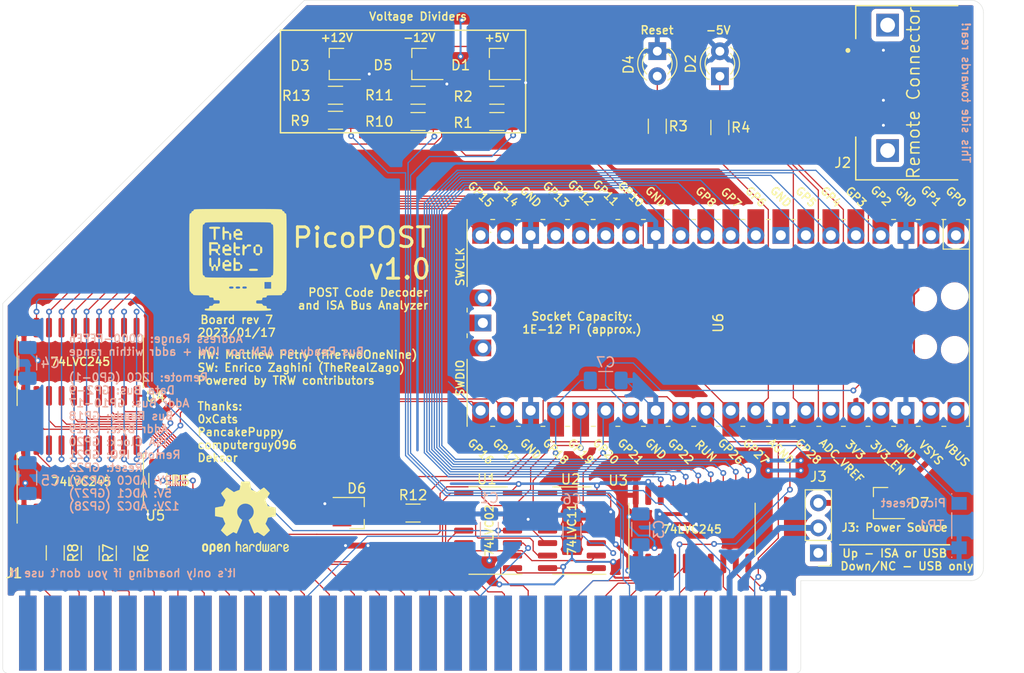
<source format=kicad_pcb>
(kicad_pcb (version 20211014) (generator pcbnew)
  (layers (0 "F.Cu" signal) (31 "B.Cu" signal) (34 "B.Paste" user) (35 "F.Paste" user) (36 "B.SilkS" user "B.Silkscreen") (37 "F.SilkS" user "F.Silkscreen") (38 "B.Mask" user) (39 "F.Mask" user) (44 "Edge.Cuts" user))
  (net 0 "")
  (net 1 "GND")
  (net 2 "+3V3")
  (net 3 "/+12Vmon")
  (net 4 "Net-(D2-Pad1)")
  (net 5 "/-12Vmon")
  (net 6 "Net-(D4-Pad2)")
  (net 7 "/+5Vmon")
  (net 8 "/ISAreset")
  (net 9 "Net-(J1-Pad2)")
  (net 12 "Net-(J1-Pad5)")
  (net 14 "Net-(D7-Pad3)")
  (net 16 "+5VL")
  (net 19 "/IOW")
  (net 26 "-12V")
  (net 38 "/BD7")
  (net 39 "/BD6")
  (net 40 "/BD5")
  (net 41 "/BD4")
  (net 42 "/BD3")
  (net 43 "/BD2")
  (net 44 "/BD1")
  (net 45 "/BD0")
  (net 47 "Net-(J1-Pad42)")
  (net 48 "Net-(J1-Pad43)")
  (net 49 "Net-(J1-Pad44)")
  (net 50 "Net-(J1-Pad45)")
  (net 51 "Net-(J1-Pad46)")
  (net 52 "/BA15")
  (net 53 "/BA14")
  (net 54 "/BA13")
  (net 55 "/BA12")
  (net 56 "/BA11")
  (net 57 "/BA10")
  (net 58 "/BA9")
  (net 59 "Net-(J1-Pad54)")
  (net 60 "/BA7")
  (net 61 "Net-(J1-Pad56)")
  (net 62 "/BA5")
  (net 63 "Net-(J1-Pad58)")
  (net 64 "/BA3")
  (net 65 "Net-(J1-Pad60)")
  (net 66 "/BA1")
  (net 67 "/BA0")
  (net 68 "+5V")
  (net 69 "+12V")
  (net 70 "Net-(J1-Pad20)")
  (net 71 "/ISA_Clk")
  (net 72 "/I2C_SDA")
  (net 73 "/I2C_SCL")
  (net 74 "/BA8")
  (net 75 "/BA6")
  (net 76 "/BA4")
  (net 77 "/BA2")
  (net 78 "Net-(U1-Pad1)")
  (net 79 "/bus_ready")
  (net 80 "/CE_Byte")
  (net 81 "/PD7")
  (net 82 "/PD6")
  (net 83 "/PD5")
  (net 84 "/PD4")
  (net 85 "/PD3")
  (net 86 "/PD2")
  (net 87 "/PD1")
  (net 88 "/PD0")
  (net 89 "/PA7")
  (net 90 "/PA6")
  (net 91 "/PA5")
  (net 92 "/PA4")
  (net 93 "/PA3")
  (net 94 "/PA2")
  (net 95 "/PA1")
  (net 96 "/PA0")
  (net 98 "Net-(U1-Pad10)")
  (net 99 "Net-(U1-Pad13)")
  (net 106 "/Pico_Reset")
  (net 107 "Net-(U1-Pad4)")
  (net 108 "/remoteIRQ")
  (footprint "Package_SO:SO-20_5.3x12.6mm_P1.27mm" (layer "F.Cu") (at 108.707 98.933 90)
    (fp_text reference "U4")
    (fp_text value "74LVC245")
  )
  (footprint "Package_TO_SOT_SMD:SOT-23_Handsoldering" (layer "F.Cu") (at 134.747 68.707 180)
    (fp_text reference "D3")
    (fp_text value "BAT54S")
  )
  (footprint "LED_THT:LED_D3.0mm" (layer "F.Cu") (at 173.644978 69.956 90)
    (fp_text reference "D2")
    (fp_text value "green")
  )
  (footprint "Resistor_SMD:R_1206_3216Metric_Pad1.30x1.75mm_HandSolder" (layer "F.Cu") (at 134.62 71.882)
    (fp_text reference "R13")
    (fp_text value "12k")
  )
  (footprint "Resistor_SMD:R_1206_3216Metric_Pad1.30x1.75mm_HandSolder" (layer "F.Cu") (at 113.279 118.364 -90)
    (fp_text reference "R6")
    (fp_text value "1000")
  )
  (footprint "LED_THT:LED_D3.0mm" (layer "F.Cu") (at 167.289978 67.406 -90)
    (fp_text reference "D4")
    (fp_text value "red")
  )
  (footprint "Resistor_SMD:R_1206_3216Metric_Pad1.30x1.75mm_HandSolder" (layer "F.Cu") (at 116.581 110.998 -90)
    (fp_text reference "R5")
    (fp_text value "1000")
  )
  (footprint "Package_TO_SOT_SMD:SOT-23_Handsoldering" (layer "F.Cu") (at 189.992 113.284 180)
    (fp_text reference "D7")
    (fp_text value "BAT54S")
  )
  (footprint "Resistor_SMD:R_1206_3216Metric_Pad1.30x1.75mm_HandSolder" (layer "F.Cu") (at 173.639978 75.158 -90)
    (fp_text reference "R4")
    (fp_text value "330")
  )
  (footprint "modified ICs:TO-236AB_diode" (layer "F.Cu") (at 136.779 114.3)
    (fp_text reference "D6")
    (fp_text value "3.3V")
  )
  (footprint "eec:Molex-47080-4001-0-0-0" (layer "F.Cu") (at 193.294 71.628 90)
    (fp_text reference "J2")
    (fp_text value "Remote Connector")
  )
  (footprint "Package_SO:SO-20_5.3x12.6mm_P1.27mm" (layer "F.Cu") (at 170.815 115.951 90)
    (fp_text reference "U3")
    (fp_text value "74LVC245")
  )
  (footprint "Resistor_SMD:R_1206_3216Metric_Pad1.30x1.75mm_HandSolder" (layer "F.Cu") (at 134.62 74.422 180)
    (fp_text reference "R9")
    (fp_text value "47k")
  )
  (footprint "Resistor_SMD:R_1206_3216Metric_Pad1.30x1.75mm_HandSolder" (layer "F.Cu") (at 151.003 74.549 180)
    (fp_text reference "R1")
    (fp_text value "39k")
  )
  (footprint "Package_TO_SOT_SMD:SOT-23_Handsoldering" (layer "F.Cu") (at 151.003 68.707 180)
    (fp_text reference "D1")
    (fp_text value "BAT54S")
  )
  (footprint "Package_SO:SO-14_3.9x8.65mm_P1.27mm" (layer "F.Cu") (at 150.114 116.078 180)
    (fp_text reference "U1")
    (fp_text value "74LVC02")
  )
  (footprint "Resistor_SMD:R_1206_3216Metric_Pad1.30x1.75mm_HandSolder" (layer "F.Cu") (at 109.723 118.364 -90)
    (fp_text reference "R7")
    (fp_text value "1000")
  )
  (footprint "Resistor_SMD:R_1206_3216Metric_Pad1.30x1.75mm_HandSolder" (layer "F.Cu") (at 106.167 118.338 -90)
    (fp_text reference "R8")
    (fp_text value "1000")
  )
  (footprint "Resistor_SMD:R_1206_3216Metric_Pad1.30x1.75mm_HandSolder" (layer "F.Cu") (at 151.003 71.882)
    (fp_text reference "R2")
    (fp_text value "47k")
  )
  (footprint "Resistor_SMD:R_1206_3216Metric_Pad1.30x1.75mm_HandSolder" (layer "F.Cu") (at 143.002 71.882)
    (fp_text reference "R11")
    (fp_text value "10k")
  )
  (footprint "Connector_PinHeader_2.54mm:PinHeader_1x03_P2.54mm_Vertical" (layer "F.Cu") (at 183.642 118.349 180)
    (fp_text reference "J3")
    (fp_text value "Power Select Jumper")
  )
  (footprint "Resistor_SMD:R_1206_3216Metric_Pad1.30x1.75mm_HandSolder" (layer "F.Cu") (at 167.289978 75.031 -90)
    (fp_text reference "R3")
    (fp_text value "330")
  )
  (footprint "MCU_RaspberryPi_and_Boards:RPi_Pico_SMD_TH" (layer "F.Cu") (at 173.482 94.996 -90)
    (fp_text reference "U6")
    (fp_text value "Pico")
  )
  (footprint "Resistor_SMD:R_1206_3216Metric_Pad1.30x1.75mm_HandSolder" (layer "F.Cu") (at 142.494 114.3)
    (fp_text reference "R12")
    (fp_text value "1000")
  )
  (footprint "Package_SO:SO-14_3.9x8.65mm_P1.27mm" (layer "F.Cu") (at 158.623 116.078 180)
    (fp_text reference "U2")
    (fp_text value "74LVC11")
  )
  (footprint "IDEcardedge:BUS_IDE8" (layer "F.Cu") (at 179.583 126.492)
    (fp_text reference "J1")
    (fp_text value "PCB_Finger_ISA_8bit")
  )
  (footprint "Package_TO_SOT_SMD:SOT-23_Handsoldering" (layer "F.Cu") (at 143.129 68.707 180)
    (fp_text reference "D5")
    (fp_text value "BAT54S")
  )
  (footprint "Symbol:OSHW-Logo2_9.8x8mm_SilkScreen" (layer "F.Cu") (at 125.476 114.808)
    (fp_text reference "REF**" hide)
    (fp_text value "OSHW-Logo2_9.8x8mm_SilkScreen" hide)
  )
  (footprint "modified ICs:TRW_logo" (layer "F.Cu") (at 124.714 88.5952)
    (fp_text reference "G***")
    (fp_text value "LOGO" hide)
  )
  (footprint "Resistor_SMD:R_1206_3216Metric_Pad1.30x1.75mm_HandSolder" (layer "F.Cu") (at 143.002 74.549 180)
    (fp_text reference "R10")
    (fp_text value "68k")
  )
  (footprint "Package_SO:SO-20_5.3x12.6mm_P1.27mm" (layer "F.Cu") (at 108.707 110.871 90)
    (fp_text reference "U5")
    (fp_text value "74LVC245")
  )
  (footprint "modified ICs:6mm single side button" (layer "B.Cu") (at 193.9545 115.57 180)
    (fp_text reference "TP1")
    (fp_text value "Pico Reset")
  )
  (footprint "Capacitor_SMD:C_1206_3216Metric_Pad1.33x1.80mm_HandSolder" (layer "B.Cu") (at 165.608 115.951 90)
    (fp_text reference "C3")
    (fp_text value "100n")
  )
  (footprint "Capacitor_SMD:C_1206_3216Metric_Pad1.33x1.80mm_HandSolder" (layer "B.Cu") (at 103.373 99.06 90)
    (fp_text reference "C4")
    (fp_text value "100n")
  )
  (footprint "Capacitor_SMD:C_1206_3216Metric_Pad1.33x1.80mm_HandSolder" (layer "B.Cu") (at 158.623 116.078 -90)
    (fp_text reference "C6")
    (fp_text value "100n")
  )
  (footprint "Capacitor_SMD:C_1206_3216Metric_Pad1.33x1.80mm_HandSolder" (layer "B.Cu") (at 150.241 115.951 -90)
    (fp_text reference "C1")
    (fp_text value "100n")
  )
  (footprint "Capacitor_SMD:C_1206_3216Metric_Pad1.33x1.80mm_HandSolder" (layer "B.Cu") (at 162.052 100.838 180)
    (fp_text reference "C7")
    (fp_text value "1n")
  )
  (footprint "Capacitor_SMD:C_1206_3216Metric_Pad1.33x1.80mm_HandSolder" (layer "B.Cu") (at 103.373 110.744 -90)
    (fp_text reference "C5")
    (fp_text value "100n")
  )
  (gr_line (start 129.032 65.278) (end 129.032 75.692) (layer "F.SilkS") (width 0.1524))
  (gr_line (start 129.032 75.692) (end 153.924 75.692) (layer "F.SilkS") (width 0.1524))
  (gr_line (start 150.368 85.8012) (end 150.368 85.8012) (layer "F.SilkS") (width 0.1524))
  (gr_line (start 153.924 75.692) (end 153.924 65.278) (layer "F.SilkS") (width 0.1524))
  (gr_line (start 153.924 65.278) (end 129.032 65.278) (layer "F.SilkS") (width 0.1524))
  (gr_arc (start 101.346 130.556) (mid 100.98679 130.40721) (end 100.838 130.048) (layer "Edge.Cuts") (width 0.0381))
  (gr_line (start 200.406 119.888) (end 200.406 63.5) (layer "Edge.Cuts") (width 0.0381))
  (gr_line (start 100.838 130.048) (end 100.838 93.0148) (layer "Edge.Cuts") (width 0.0381))
  (gr_line (start 181.864 121.158) (end 181.864 130.048) (layer "Edge.Cuts") (width 0.0381))
  (gr_line (start 181.864 121.158) (end 199.136 121.158) (layer "Edge.Cuts") (width 0.0381))
  (gr_arc (start 199.136 62.23) (mid 200.034026 62.601974) (end 200.406 63.5) (layer "Edge.Cuts") (width 0.0381))
  (gr_line (start 101.346 130.556) (end 181.356 130.556) (layer "Edge.Cuts") (width 0.0381))
  (gr_line (start 199.136 62.23) (end 181.864 62.23) (layer "Edge.Cuts") (width 0.0381))
  (gr_line (start 181.864 62.23) (end 131.4704 62.23) (layer "Edge.Cuts") (width 0.0381))
  (gr_arc (start 200.406 119.888) (mid 200.034026 120.786026) (end 199.136 121.158) (layer "Edge.Cuts") (width 0.0381))
  (gr_arc (start 181.864 130.048) (mid 181.71521 130.40721) (end 181.356 130.556) (layer "Edge.Cuts") (width 0.0381))
  (gr_line (start 100.838 93.0148) (end 131.4704 62.23) (layer "Edge.Cuts") (width 0.0381))
  (gr_text "Pico Reset" (at 193.294 113.284) (layer "B.SilkS") (effects (font (size 0.8128 0.8128) (thickness 0.1524)) (justify mirror)))
  (gr_text "This side towards rear!" (at 198.628 71.628 -90) (layer "B.SilkS") (effects (font (size 0.8128 0.8128) (thickness 0.1524)) (justify mirror)))
  (gr_text "It's only hoarding if you don't use it" (at 113.03 120.396) (layer "B.SilkS") (effects (font (size 0.8128 0.8128) (thickness 0.1524)) (justify mirror)))
  (gr_text "Address Range: 0000-FFFFh\nBus Ready on AEN nor IOW + addr within range\n\nRemote: I2C0 (GP0-1)\nData Bus: GP2-9\nAddr Bus: GP10-17\nBus Ready: GP18\nAddr Byte: GP19\nISA Clock: GP20\nRemote IRQ: GP21\nReset: GP22\n-12V: ADC0 (GP26)\n5V: ADC1 (GP27)\n12V: ADC2 (GP28)" (at 107.442 105.1052) (layer "B.SilkS") (effects (font (size 0.8128 0.8128) (thickness 0.1524)) (justify right mirror)))
  (gr_text "-5V" (at 173.482 65.278) (layer "F.SilkS") (effects (font (size 0.8128 0.8128) (thickness 0.1524))))
  (gr_text "Socket Capacity:\n1E-12 Pi (approx.)" (at 159.639 94.996) (layer "F.SilkS") (effects (font (size 0.8128 0.8128) (thickness 0.1524))))
  (gr_text "POST Code Decoder\nand ISA Bus Analyzer" (at 144.1196 92.5576) (layer "F.SilkS") (effects (font (size 0.8128 0.8128) (thickness 0.1524)) (justify right)))
  (gr_text "Voltage Dividers" (at 143.002 63.881) (layer "F.SilkS") (effects (font (size 0.8128 0.8128) (thickness 0.1524))))
  (gr_text "-12V" (at 143.129 66.04) (layer "F.SilkS") (effects (font (size 0.8128 0.8128) (thickness 0.1524))))
  (gr_text "J3: Power Source\n__________________\nUp - ISA or USB\n    Down/NC - USB only" (at 191.389 117.729) (layer "F.SilkS") (effects (font (size 0.8128 0.8128) (thickness 0.1524))))
  (gr_text "74LVC02" (at 150.241 116.078 90) (layer "F.SilkS") (effects (font (size 0.8128 0.8128) (thickness 0.1524))))
  (gr_text "74LVC245" (at 170.815 115.951) (layer "F.SilkS") (effects (font (size 0.8128 0.8128) (thickness 0.1524))))
  (gr_text "HW: Matthew Petry (fireTwoOneNine)\nSW: Enrico Zaghini (TheRealZago)\nPowered by TRW contributors\n\nThanks:\n0xCats\nPancakePuppy\ncomputerguy096\nDeksor" (at 120.523 103.4542) (layer "F.SilkS") (effects (font (size 0.8128 0.8128) (thickness 0.1524)) (justify left)))
  (gr_text "74LVC245" (at 108.712 98.933) (layer "F.SilkS") (effects (font (size 0.8128 0.8128) (thickness 0.1524))))
  (gr_text "74LVC11" (at 158.623 115.951 90) (layer "F.SilkS") (effects (font (size 0.8128 0.8128) (thickness 0.1524))))
  (gr_text "PicoPOST\nv1.0" (at 144.4752 87.9348) (layer "F.SilkS") (effects (font (size 2 2) (thickness 0.3)) (justify right)))
  (gr_text "+12V" (at 134.747 66.04) (layer "F.SilkS") (effects (font (size 0.8128 0.8128) (thickness 0.1524))))
  (gr_text "Board rev 7\n2023/01/17" (at 124.587 95.3262) (layer "F.SilkS") (effects (font (size 0.8128 0.8128) (thickness 0.1524))))
  (gr_text "74LVC245" (at 108.839 111.125) (layer "F.SilkS") (effects (font (size 0.8128 0.8128) (thickness 0.1524))))
  (gr_text "+5V" (at 151.003 66.04) (layer "F.SilkS") (effects (font (size 0.8128 0.8128) (thickness 0.1524))))
  (gr_text "Reset" (at 167.259 65.278) (layer "F.SilkS") (effects (font (size 0.8128 0.8128) (thickness 0.1524))))
  (segment (start 152.589 112.268) (end 152.589 111.9774) (width 0.127) (layer "F.Cu") (net 1))
  (segment (start 176.53 119.4135) (end 176.53 120.523) (width 0.127) (layer "F.Cu") (net 1))
  (segment (start 135.636 117.602) (end 137.922 117.602) (width 0.6) (layer "F.Cu") (net 1))
  (segment (start 161.163 111.506) (end 161.163 112.203) (width 0.127) (layer "F.Cu") (net 1))
  (segment (start 137.983 69.657) (end 138.049 69.723) (width 0.127) (layer "F.Cu") (net 1))
  (segment (start 168.5544 115.4176) (end 171.2468 115.4176) (width 0.4) (layer "F.Cu") (net 1))
  (segment (start 115.4765 114.3335) (end 115.57 114.427) (width 0.2) (layer "F.Cu") (net 1))
  (segment (start 152.589 111.9774) (end 153.2128 111.3536) (width 0.127) (layer "F.Cu") (net 1))
  (segment (start 190.246 72.39) (end 188.984 71.128) (width 0.2) (layer "F.Cu") (net 1))
  (segment (start 188.322 67.31) (end 188.314 67.318) (width 0.2) (layer "F.Cu") (net 1))
  (segment (start 136.17 71.882) (end 136.247 71.805) (width 0.127) (layer "F.Cu") (net 1))
  (segment (start 144.841 69.657) (end 145.923 70.739) (width 0.127) (layer "F.Cu") (net 1))
  (segment (start 114.422 114.3335) (end 115.4765 114.3335) (width 0.2) (layer "F.Cu") (net 1))
  (segment (start 163.068 117.475) (end 164.338 118.745) (width 0.4) (layer "F.Cu") (net 1))
  (segment (start 166.37 112.4885) (end 166.37 111.125) (width 0.127) (layer "F.Cu") (net 1))
  (segment (start 161.163 112.203) (end 161.098 112.268) (width 0.127) (layer "F.Cu") (net 1))
  (segment (start 152.503 69.657) (end 152.503 71.832) (width 0.127) (layer "F.Cu") (net 1))
  (segment (start 152.969 69.657) (end 153.924 70.612) (width 0.127) (layer "F.Cu") (net 1))
  (segment (start 162.56 112.649) (end 162.56 114.173) (width 0.127) (layer "F.Cu") (net 1))
  (segment (start 162.179 112.268) (end 162.56 112.649) (width 0.127) (layer "F.Cu") (net 1))
  (segment (start 115.57 102.362) (end 115.5365 102.3955) (width 0.2) (layer "F.Cu") (net 1))
  (segment (start 152.589 112.268) (end 153.035 112.268) (width 0.2) (layer "F.Cu") (net 1))
  (segment (start 152.503 71.832) (end 152.553 71.882) (width 0.127) (layer "F.Cu") (net 1))
  (segment (start 135.279 113.35) (end 133.538 113.35) (width 0.2) (layer "F.Cu") (net 1))
  (segment (start 136.247 69.657) (end 137.983 69.657) (width 0.127) (layer "F.Cu") (net 1))
  (segment (start 144.629 69.657) (end 144.841 69.657) (width 0.127) (layer "F.Cu") (net 1))
  (segment (start 188.984 71.128) (end 188.314 71.128) (width 0.2) (layer "F.Cu") (net 1))
  (segment (start 190.246 74.93) (end 188.322 74.93) (width 0.2) (layer "F.Cu") (net 1))
  (segment (start 152.589 114.808) (end 154.051 114.808) (width 0.2) (layer "F.Cu") (net 1))
  (segment (start 116.205 103.505) (end 117.602 102.108) (width 0.4) (layer "F.Cu") (net 1))
  (segment (start 136.247 71.805) (end 136.247 69.657) (width 0.127) (layer "F.Cu") (net 1))
  (segment (start 114.422 102.3955) (end 115.5365 102.3955) (width 0.2) (layer "F.Cu") (net 1))
  (segment (start 152.503 69.657) (end 152.969 69.657) (width 0.127) (layer "F.Cu") (net 1))
  (segment (start 154.051 114.808) (end 154.178 114.935) (width 0.2) (layer "F.Cu") (net 1))
  (segment (start 164.338 118.745) (end 164.338 120.142) (width 0.4) (layer "F.Cu") (net 1))
  (segment (start 190.246 67.31) (end 188.322 67.31) (width 0.2) (layer "F.Cu") (net 1))
  (segment (start 176.53 120.523) (end 177.927 121.92) (width 0.127) (layer "F.Cu") (net 1))
  (segment (start 167.5384 114.4016) (end 170.2308 114.4016) (width 0.4) (layer "F.Cu") (net 1))
  (segment (start 161.098 112.268) (end 162.179 112.268) (width 0.127) (layer "F.Cu") (net 1))
  (segment (start 188.322 74.93) (end 188.314 74.938) (width 0.2) (layer "F.Cu") (net 1))
  (via (at 145.923 70.739) (size 0.6) (drill 0.3) (layers "F.Cu" "B.Cu") (net 1))
  (via (at 154.178 114.935) (size 0.6) (drill 0.3) (layers "F.Cu" "B.Cu") (net 1))
  (via (at 177.927 121.92) (size 0.6) (drill 0.3) (layers "F.Cu" "B.Cu") (net 1))
  (via (at 163.068 117.475) (size 0.6) (drill 0.3) (layers "F.Cu" "B.Cu") (net 1))
  (via (at 164.338 120.142) (size 0.6) (drill 0.3) (layers "F.Cu" "B.Cu") (net 1))
  (via (at 153.2128 111.3536) (size 0.6) (drill 0.3) (layers "F.Cu" "B.Cu") (net 1))
  (via (at 116.205 103.505) (size 0.6) (drill 0.3) (layers "F.Cu" "B.Cu") (net 1))
  (via (at 133.538 113.35) (size 0.6) (drill 0.3) (layers "F.Cu" "B.Cu") (net 1))
  (via (at 190.246 67.31) (size 0.6) (drill 0.3) (layers "F.Cu" "B.Cu") (net 1))
  (via (at 138.049 69.723) (size 0.6) (drill 0.3) (layers "F.Cu" "B.Cu") (net 1))
  (via (at 170.2308 114.4016) (size 0.6) (drill 0.3) (layers "F.Cu" "B.Cu") (net 1))
  (via (at 115.57 114.427) (size 0.6) (drill 0.3) (layers "F.Cu" "B.Cu") (net 1))
  (via (at 153.924 70.612) (size 0.6) (drill 0.3) (layers "F.Cu" "B.Cu") (net 1))
  (via (at 167.5384 114.4016) (size 0.6) (drill 0.3) (layers "F.Cu" "B.Cu") (net 1))
  (via (at 190.246 72.39) (size 0.6) (drill 0.3) (layers "F.Cu" "B.Cu") (net 1))
  (via (at 171.2468 115.4176) (size 0.6) (drill 0.3) (layers "F.Cu" "B.Cu") (net 1))
  (via (at 162.56 114.173) (size 0.6) (drill 0.3) (layers "F.Cu" "B.Cu") (net 1))
  (via (at 115.57 102.362) (size 0.6) (drill 0.3) (layers "F.Cu" "B.Cu") (net 1))
  (via (at 168.5544 115.4176) (size 0.6) (drill 0.3) (layers "F.Cu" "B.Cu") (net 1))
  (via (at 190.246 74.93) (size 0.6) (drill 0.3) (layers "F.Cu" "B.Cu") (net 1))
  (via (at 166.37 111.125) (size 0.6) (drill 0.3) (layers "F.Cu" "B.Cu") (net 1))
  (via (at 117.602 102.108) (size 0.6) (drill 0.3) (layers "F.Cu" "B.Cu") (net 1))
  (via (at 137.922 117.602) (size 0.6) (drill 0.3) (layers "F.Cu" "B.Cu") (net 1))
  (via (at 135.636 117.602) (size 0.6) (drill 0.3) (layers "F.Cu" "B.Cu") (net 1))
  (via (at 161.163 111.506) (size 0.6) (drill 0.3) (layers "F.Cu" "B.Cu") (net 1))
  (segment (start 163.6145 100.838) (end 164.084 100.838) (width 0.127) (layer "B.Cu") (net 1))
  (segment (start 104.9655 110.6805) (end 105.029 110.744) (width 0.2) (layer "B.Cu") (net 1))
  (segment (start 103.4665 109.1815) (end 104.9655 110.6805) (width 0.2) (layer "B.Cu") (net 1))
  (segment (start 161.544 111.125) (end 161.163 111.506) (width 0.127) (layer "B.Cu") (net 1))
  (segment (start 103.373 109.1815) (end 103.4665 109.1815) (width 0.2) (layer "B.Cu") (net 1))
  (segment (start 164.084 100.838) (end 167.132 103.886) (width 0.127) (layer "B.Cu") (net 1))
  (segment (start 166.37 111.125) (end 161.544 111.125) (width 0.127) (layer "B.Cu") (net 1))
  (segment (start 162.814 119.253) (end 162.814 120.65) (width 0.2) (layer "F.Cu") (net 2))
  (segment (start 156.148 119.888) (end 157.607 119.888) (width 0.127) (layer "F.Cu") (net 2))
  (segment (start 164.37402 120.86798) (end 165.1 120.142) (width 0.2) (layer "F.Cu") (net 2))
  (segment (start 161.098 114.808) (end 161.098 116.078) (width 0.127) (layer "F.Cu") (net 2))
  (segment (start 163.03198 120.86798) (end 164.37402 120.86798) (width 0.2) (layer "F.Cu") (net 2))
  (segment (start 102.992 114.3335) (end 102.992 111.384) (width 0.2) (layer "F.Cu") (net 2))
  (segment (start 102.992 111.384) (end 103.124 111.252) (width 0.2) (layer "F.Cu") (net 2))
  (segment (start 157.607 119.888) (end 157.734 119.761) (width 0.127) (layer "F.Cu") (net 2))
  (segment (start 162.814 120.65) (end 163.03198 120.86798) (width 0.2) (layer "F.Cu") (net 2))
  (segment (start 165.1 120.142) (end 165.1 119.4135) (width 0.127) (layer "F.Cu") (net 2))
  (via (at 178.562 109.982) (size 0.6) (drill 0.3) (layers "F.Cu" "B.Cu") (net 2))
  (via (at 104.394 98.806) (size 0.6) (drill 0.3) (layers "F.Cu" "B.Cu") (net 2))
  (via (at 103.124 111.252) (size 0.6) (drill 0.3) (layers "F.Cu" "B.Cu") (net 2))
  (via (at 181.864 108.966) (size 0.6) (drill 0.3) (layers "F.Cu" "B.Cu") (net 2))
  (via (at 150.241 119.126) (size 0.6) (drill 0.3) (layers "F.Cu" "B.Cu") (net 2))
  (via (at 157.734 119.761) (size 0.6) (drill 0.3) (layers "F.Cu" "B.Cu") (net 2))
  (via (at 181.864 109.982) (size 0.6) (drill 0.3) (layers "F.Cu" "B.Cu") (net 2))
  (via (at 162.814 119.253) (size 0.6) (drill 0.3) (layers "F.Cu" "B.Cu") (net 2))
  (via (at 147.32 67.945) (size 0.6) (drill 0.3) (layers "F.Cu" "B.Cu") (net 2))
  (via (at 151.257 121.539) (size 0.6) (drill 0.3) (layers "F.Cu" "B.Cu") (net 2))
  (via (at 167.005 117.856) (size 0.6) (drill 0.3) (layers "F.Cu" "B.Cu") (net 2))
  (via (at 147.447 64.262) (size 0.6) (drill 0.3) (layers "F.Cu" "B.Cu") (net 2))
  (via (at 178.562 108.966) (size 0.6) (drill 0.3) (layers "F.Cu" "B.Cu") (net 2))
  (via (at 164.465 114.681) (size 0.6) (drill 0.3) (layers "F.Cu" "B.Cu") (net 2))
  (segment (start 147.32 64.389) (end 147.447 64.262) (width 0.2) (layer "B.Cu") (net 2))
  (segment (start 158.623 118.872) (end 159.004 119.253) (width 0.2) (layer "B.Cu") (net 2))
  (segment (start 147.32 67.945) (end 147.32 64.389) (width 0.2) (layer "B.Cu") (net 2))
  (segment (start 103.124 112.0575) (end 103.373 112.3065) (width 0.2) (layer "B.Cu") (net 2))
  (segment (start 156.845 121.539) (end 157.734 120.65) (width 0.2) (layer "B.Cu") (net 2))
  (segment (start 164.7575 114.3885) (end 164.465 114.681) (width 0.2) (layer "B.Cu") (net 2))
  (segment (start 178.562 109.982) (end 181.864 109.982) (width 0.4) (layer "B.Cu") (net 2))
  (segment (start 165.3714 116.586) (end 164.465 115.6796) (width 0.2) (layer "B.Cu") (net 2))
  (segment (start 167.005 117.856) (end 167.005 117.174099) (width 0.2) (layer "B.Cu") (net 2))
  (segment (start 164.465 115.6796) (end 164.465 114.681) (width 0.2) (layer "B.Cu") (net 2))
  (segment (start 159.004 119.253) (end 162.814 119.253) (width 0.2) (layer "B.Cu") (net 2))
  (segment (start 103.124 111.252) (end 103.124 112.0575) (width 0.2) (layer "B.Cu") (net 2))
  (segment (start 157.734 120.65) (end 157.734 119.761) (width 0.2) (layer "B.Cu") (net 2))
  (segment (start 103.373 97.785) (end 104.394 98.806) (width 0.2) (layer "B.Cu") (net 2))
  (segment (start 181.864 108.966) (end 178.562 108.966) (width 0.4) (layer "B.Cu") (net 2))
  (segment (start 158.623 118.872) (end 158.623 117.6405) (width 0.2) (layer "B.Cu") (net 2))
  (segment (start 167.005 117.174099) (end 166.416901 116.586) (width 0.2) (layer "B.Cu") (net 2))
  (segment (start 150.241 119.126) (end 150.241 117.5135) (width 0.127) (layer "B.Cu") (net 2))
  (segment (start 165.608 114.3885) (end 164.7575 114.3885) (width 0.2) (layer "B.Cu") (net 2))
  (segment (start 157.734 119.761) (end 158.623 118.872) (width 0.2) (layer "B.Cu") (net 2))
  (segment (start 166.416901 116.586) (end 165.3714 116.586) (width 0.2) (layer "B.Cu") (net 2))
  (segment (start 151.257 121.539) (end 156.845 121.539) (width 0.2) (layer "B.Cu") (net 2))
  (segment (start 103.373 97.4975) (end 103.373 97.785) (width 0.127) (layer "B.Cu") (net 2))
  (segment (start 181.102 79.502) (end 181.102 102.616) (width 0.127) (layer "F.Cu") (net 3))
  (segment (start 133.07 71.882) (end 133.07 74.422) (width 0.127) (layer "F.Cu") (net 3))
  (segment (start 164.708022 78.232) (end 179.832 78.232) (width 0.127) (layer "F.Cu") (net 3))
  (segment (start 133.247 68.707) (end 135.025 66.929) (width 0.127) (layer "F.Cu") (net 3))
  (segment (start 135.025 66.929) (end 153.405022 66.929) (width 0.127) (layer "F.Cu") (net 3))
  (segment (start 133.07 71.882) (end 133.247 71.705) (width 0.127) (layer "F.Cu") (net 3))
  (segment (start 153.405022 66.929) (end 164.708022 78.232) (width 0.127) (layer "F.Cu") (net 3))
  (segment (start 133.247 71.705) (end 133.247 68.707) (width 0.127) (layer "F.Cu") (net 3))
  (segment (start 179.832 78.232) (end 181.102 79.502) (width 0.127) (layer "F.Cu") (net 3))
  (segment (start 181.102 102.616) (end 182.372 103.886) (width 0.127) (layer "F.Cu") (net 3))
  (segment (start 173.644978 73.603) (end 173.639978 73.608) (width 0.127) (layer "F.Cu") (net 4))
  (segment (start 173.644978 69.956) (end 173.644978 73.603) (width 0.127) (layer "F.Cu") (net 4))
  (segment (start 160.344022 77.978) (end 147.828 77.978) (width 0.127) (layer "F.Cu") (net 5))
  (segment (start 165.862 94.996) (end 165.862 83.495978) (width 0.127) (layer "F.Cu") (net 5))
  (segment (start 147.828 77.978) (end 146.812 76.962) (width 0.127) (layer "F.Cu") (net 5))
  (segment (start 145.409022 68.707) (end 141.629 68.707) (width 0.127) (layer "F.Cu") (net 5))
  (segment (start 141.452 74.549) (end 141.452 71.882) (width 0.127) (layer "F.Cu") (net 5))
  (segment (start 165.862 83.495978) (end 160.344022 77.978) (width 0.127) (layer "F.Cu") (net 5))
  (segment (start 141.452 71.882) (end 141.629 71.705) (width 0.127) (layer "F.Cu") (net 5))
  (segment (start 146.812 76.962) (end 146.812 70.109978) (width 0.127) (layer "F.Cu") (net 5))
  (segment (start 141.629 71.705) (end 141.629 68.707) (width 0.127) (layer "F.Cu") (net 5))
  (segment (start 174.752 103.886) (end 165.862 94.996) (width 0.127) (layer "F.Cu") (net 5))
  (segment (start 146.812 70.109978) (end 145.409022 68.707) (width 0.127) (layer "F.Cu") (net 5))
  (segment (start 167.289978 69.946) (end 167.289978 73.481) (width 0.127) (layer "F.Cu") (net 6))
  (segment (start 173.806022 78.74) (end 178.562 83.495978) (width 0.127) (layer "F.Cu") (net 7))
  (segment (start 155.569022 70.993) (end 155.575 70.993) (width 0.127) (layer "F.Cu") (net 7))
  (segment (start 178.562 83.495978) (end 178.562 102.616) (width 0.127) (layer "F.Cu") (net 7))
  (segment (start 149.503 68.707) (end 153.283022 68.707) (width 0.127) (layer "F.Cu") (net 7))
  (segment (start 153.283022 68.707) (end 155.569022 70.993) (width 0.127) (layer "F.Cu") (net 7))
  (segment (start 149.453 71.882) (end 149.503 71.832) (width 0.127) (layer "F.Cu") (net 7))
  (segment (start 149.503 71.832) (end 149.503 68.707) (width 0.127) (layer "F.Cu") (net 7))
  (segment (start 149.453 74.549) (end 149.453 71.882) (width 0.127) (layer "F.Cu") (net 7))
  (segment (start 163.322 78.74) (end 173.806022 78.74) (width 0.127) (layer "F.Cu") (net 7))
  (segment (start 155.575 70.993) (end 163.322 78.74) (width 0.127) (layer "F.Cu") (net 7))
  (segment (start 178.562 102.616) (end 177.292 103.886) (width 0.127) (layer "F.Cu") (net 7))
  (segment (start 168.275 102.489) (end 169.672 103.886) (width 0.127) (layer "F.Cu") (net 8))
  (segment (start 155.702 106.68) (end 155.702 102.87) (width 0.127) (layer "F.Cu") (net 8))
  (segment (start 140.944 112.421) (end 142.772011 110.592989) (width 0.127) (layer "F.Cu") (net 8))
  (segment (start 151.789011 110.592989) (end 155.702 106.68) (width 0.127) (layer "F.Cu") (net 8))
  (segment (start 155.702 102.87) (end 156.083 102.489) (width 0.127) (layer "F.Cu") (net 8))
  (segment (start 140.944 114.3) (end 138.279 114.3) (width 0.127) (layer "F.Cu") (net 8))
  (segment (start 140.944 114.3) (end 140.944 112.421) (width 0.127) (layer "F.Cu") (net 8))
  (segment (start 142.772011 110.592989) (end 151.789011 110.592989) (width 0.127) (layer "F.Cu") (net 8))
  (segment (start 156.083 102.489) (end 168.275 102.489) (width 0.127) (layer "F.Cu") (net 8))
  (segment (start 177.546 120.777) (end 177.546 118.872) (width 0.127) (layer "F.Cu") (net 9))
  (segment (start 152.146 110.998) (end 156.083 107.061) (width 0.127) (layer "F.Cu") (net 9))
  (segment (start 183.007 107.061) (end 183.642 106.426) (width 0.127) (layer "F.Cu") (net 9))
  (segment (start 183.642 81.534) (end 179.832 77.724) (width 0.127) (layer "F.Cu") (net 9))
  (segment (start 179.705 107.061) (end 183.007 107.061) (width 0.127) (layer "F.Cu") (net 9))
  (segment (start 156.083 107.061) (end 179.705 107.061) (width 0.127) (layer "F.Cu") (net 9))
  (segment (start 145.288 110.998) (end 152.146 110.998) (width 0.127) (layer "F.Cu") (net 9))
  (segment (start 177.546 118.872) (end 179.578 116.84) (width 0.127) (layer "F.Cu") (net 9))
  (segment (start 144.044 114.3) (end 144.044 112.242) (width 0.127) (layer "F.Cu") (net 9))
  (segment (start 168.402 77.724) (end 168.402 77.693022) (width 0.127) (layer "F.Cu") (net 9))
  (segment (start 144.044 112.242) (end 145.288 110.998) (width 0.127) (layer "F.Cu") (net 9))
  (segment (start 167.289978 76.581) (end 167.289978 76.992978) (width 0.127) (layer "F.Cu") (net 9))
  (segment (start 179.578 116.84) (end 179.578 107.188) (width 0.127) (layer "F.Cu") (net 9))
  (segment (start 183.642 106.426) (end 183.642 81.534) (width 0.127) (layer "F.Cu") (net 9))
  (segment (start 179.832 77.724) (end 168.402 77.724) (width 0.127) (layer "F.Cu") (net 9))
  (segment (start 168.402 77.693022) (end 167.289978 76.581) (width 0.127) (layer "F.Cu") (net 9))
  (segment (start 179.578 107.188) (end 179.705 107.061) (width 0.127) (layer "F.Cu") (net 9))
  (via (at 177.546 120.777) (size 0.6) (drill 0.3) (layers "F.Cu" "B.Cu") (net 9))
  (segment (start 177.17 121.153) (end 177.17 126.492) (width 0.127) (layer "B.Cu") (net 9))
  (segment (start 177.546 120.777) (end 177.17 121.153) (width 0.127) (layer "B.Cu") (net 9))
  (segment (start 186.182 106.496022) (end 186.182 83.495978) (width 0.127) (layer "F.Cu") (net 12))
  (segment (start 181.61 107.442) (end 185.236022 107.442) (width 0.127) (layer "F.Cu") (net 12))
  (segment (start 185.236022 107.442) (end 186.182 106.496022) (width 0.127) (layer "F.Cu") (net 12))
  (segment (start 179.394022 76.708) (end 173.639978 76.708) (width 0.127) (layer "F.Cu") (net 12))
  (segment (start 180.756011 111.922011) (end 180.664022 112.014) (width 0.127) (layer "F.Cu") (net 12))
  (segment (start 186.182 83.495978) (end 179.394022 76.708) (width 0.127) (layer "F.Cu") (net 12))
  (segment (start 180.756011 111.922011) (end 180.756011 108.295989) (width 0.127) (layer "F.Cu") (net 12))
  (segment (start 169.545 117.475) (end 173.01186 117.475) (width 0.127) (layer "F.Cu") (net 12))
  (segment (start 180.756011 108.295989) (end 181.61 107.442) (width 0.127) (layer "F.Cu") (net 12))
  (segment (start 173.01186 117.475) (end 173.05643 117.43043) (width 0.127) (layer "F.Cu") (net 12))
  (via (at 173.05643 117.43043) (size 0.6) (drill 0.3) (layers "F.Cu" "B.Cu") (net 12))
  (via (at 180.756011 111.922011) (size 0.6) (drill 0.3) (layers "F.Cu" "B.Cu") (net 12))
  (via (at 169.545 117.475) (size 0.6) (drill 0.3) (layers "F.Cu" "B.Cu") (net 12))
  (segment (start 180.756011 111.922011) (end 175.247592 117.43043) (width 0.127) (layer "B.Cu") (net 12))
  (segment (start 169.55 117.48) (end 169.55 126.492) (width 0.127) (layer "B.Cu") (net 12))
  (segment (start 175.247592 117.43043) (end 173.05643 117.43043) (width 0.127) (layer "B.Cu") (net 12))
  (segment (start 169.545 117.475) (end 169.55 117.48) (width 0.127) (layer "B.Cu") (net 12))
  (segment (start 188.477 113.269) (end 188.492 113.284) (width 0.6) (layer "F.Cu") (net 14))
  (segment (start 183.642 113.269) (end 188.477 113.269) (width 0.6) (layer "F.Cu") (net 14))
  (segment (start 152.553 75.845) (end 152.654 75.946) (width 0.127) (layer "F.Cu") (net 16))
  (segment (start 152.553 74.549) (end 152.553 75.845) (width 0.127) (layer "F.Cu") (net 16))
  (via (at 152.654 75.946) (size 0.6) (drill 0.3) (layers "F.Cu" "B.Cu") (net 16))
  (segment (start 174.63 120.870978) (end 174.63 126.492) (width 0.6) (layer "B.Cu") (net 16))
  (segment (start 142.24048 108.20448) (end 142.24048 80.01048) (width 0.127) (layer "B.Cu") (net 16))
  (segment (start 150.49452 78.10548) (end 152.654 75.946) (width 0.127) (layer "B.Cu") (net 16))
  (segment (start 174.63 120.870978) (end 174.63 120.136022) (width 0.127) (layer "B.Cu") (net 16))
  (segment (start 179.691978 115.809) (end 183.642 115.809) (width 0.6) (layer "B.Cu") (net 16))
  (segment (start 144.14548 78.10548) (end 150.49452 78.10548) (width 0.127) (layer "B.Cu") (net 16))
  (segment (start 167.777978 113.284) (end 167.132 113.284) (width 0.127) (layer "B.Cu") (net 16))
  (segment (start 146.05048 112.01448) (end 146.05096 112.014) (width 0.127) (layer "B.Cu") (net 16))
  (segment (start 167.132 113.284) (end 165.86248 112.01448) (width 0.127) (layer "B.Cu") (net 16))
  (segment (start 174.63 120.870978) (end 179.691978 115.809) (width 0.6) (layer "B.Cu") (net 16))
  (segment (start 146.05048 112.01448) (end 142.24048 108.20448) (width 0.127) (layer "B.Cu") (net 16))
  (segment (start 165.86248 112.01448) (end 146.05048 112.01448) (width 0.127) (layer "B.Cu") (net 16))
  (segment (start 174.63 120.136022) (end 167.777978 113.284) (width 0.127) (layer "B.Cu") (net 16))
  (segment (start 142.24048 80.01048) (end 144.14548 78.10548) (width 0.127) (layer "B.Cu") (net 16))
  (segment (start 152.589 117.348) (end 153.67 117.348) (width 0.127) (layer "F.Cu") (net 19))
  (segment (start 153.67 117.348) (end 154.178 117.856) (width 0.127) (layer "F.Cu") (net 19))
  (via (at 154.178 117.856) (size 0.6) (drill 0.3) (layers "F.Cu" "B.Cu") (net 19))
  (segment (start 149.23 122.804) (end 149.23 126.492) (width 0.127) (layer "B.Cu") (net 19))
  (segment (start 154.178 117.856) (end 149.23 122.804) (width 0.127) (layer "B.Cu") (net 19))
  (segment (start 144.552 75.972) (end 144.653 76.073) (width 0.127) (layer "F.Cu") (net 26))
  (segment (start 144.552 74.549) (end 144.552 75.972) (width 0.127) (layer "F.Cu") (net 26))
  (via (at 144.653 76.073) (size 0.6) (drill 0.3) (layers "F.Cu" "B.Cu") (net 26))
  (segment (start 141.98648 108.309012) (end 141.98648 78.73952) (width 0.127) (layer "B.Cu") (net 26))
  (segment (start 162.433 112.268) (end 145.945468 112.268) (width 0.127) (layer "B.Cu") (net 26))
  (segment (start 163.83 121.031) (end 163.83 113.665) (width 0.127) (layer "B.Cu") (net 26))
  (segment (start 164.47 121.671) (end 163.83 121.031) (width 0.127) (layer "B.Cu") (net 26))
  (segment (start 164.47 126.492) (end 164.47 121.671) (width 0.127) (layer "B.Cu") (net 26))
  (segment (start 163.83 113.665) (end 162.433 112.268) (width 0.127) (layer "B.Cu") (net 26))
  (segment (start 145.945468 112.268) (end 145.870734 112.193266) (width 0.127) (layer "B.Cu") (net 26))
  (segment (start 145.945948 112.26848) (end 145.870734 112.193266) (width 0.127) (layer "B.Cu") (net 26))
  (segment (start 141.98648 78.73952) (end 144.653 76.073) (width 0.127) (layer "B.Cu") (net 26))
  (segment (start 145.870734 112.193266) (end 141.98648 108.309012) (width 0.127) (layer "B.Cu") (net 26))
  (segment (start 175.26 120.396) (end 177.17 122.306) (width 0.127) (layer "F.Cu") (net 38))
  (segment (start 177.17 122.306) (end 177.17 126.492) (width 0.127) (layer "F.Cu") (net 38))
  (segment (start 175.26 119.4135) (end 175.26 120.396) (width 0.127) (layer "F.Cu") (net 38))
  (segment (start 174.63 122.433) (end 174.63 126.492) (width 0.127) (layer "F.Cu") (net 39))
  (segment (start 173.99 121.793) (end 174.63 122.433) (width 0.127) (layer "F.Cu") (net 39))
  (segment (start 173.99 119.4135) (end 173.99 121.793) (width 0.127) (layer "F.Cu") (net 39))
  (segment (start 172.72 119.4135) (end 172.72 121.793) (width 0.127) (layer "F.Cu") (net 40))
  (segment (start 172.72 121.793) (end 172.09 122.423) (width 0.127) (layer "F.Cu") (net 40))
  (segment (start 172.09 122.423) (end 172.09 126.492) (width 0.127) (layer "F.Cu") (net 40))
  (segment (start 169.55 122.423) (end 169.55 126.492) (width 0.127) (layer "F.Cu") (net 41))
  (segment (start 171.45 120.523) (end 169.55 122.423) (width 0.127) (layer "F.Cu") (net 41))
  (segment (start 171.45 119.4135) (end 171.45 120.523) (width 0.127) (layer "F.Cu") (net 41))
  (segment (start 167.01 122.78186) (end 167.01 126.492) (width 0.127) (layer "F.Cu") (net 42))
  (segment (start 170.18 119.4135) (end 170.18 119.61186) (width 0.127) (layer "F.Cu") (net 42))
  (segment (start 170.18 119.61186) (end 167.01 122.78186) (width 0.127) (layer "F.Cu") (net 42))
  (segment (start 164.47 122.804) (end 164.47 126.492) (width 0.127) (layer "F.Cu") (net 43))
  (segment (start 166.85586 121.666) (end 165.608 121.666) (width 0.127) (layer "F.Cu") (net 43))
  (segment (start 168.91 119.4135) (end 168.91 119.61186) (width 0.127) (layer "F.Cu") (net 43))
  (segment (start 165.608 121.666) (end 164.47 122.804) (width 0.127) (layer "F.Cu") (net 43))
  (segment (start 168.91 119.61186) (end 166.85586 121.666) (width 0.127) (layer "F.Cu") (net 43))
  (segment (start 167.64 119.61186) (end 165.83938 121.41248) (width 0.127) (layer "F.Cu") (net 44))
  (segment (start 163.82904 121.412) (end 163.82952 121.41248) (width 0.127) (layer "F.Cu") (net 44))
  (segment (start 163.322 121.412) (end 163.82904 121.412) (width 0.127) (layer "F.Cu") (net 44))
  (segment (start 161.803 122.931) (end 163.322 121.412) (width 0.127) (layer "F.Cu") (net 44))
  (segment (start 165.83938 121.41248) (end 163.82952 121.41248) (width 0.127) (layer "F.Cu") (net 44))
  (segment (start 167.64 119.4135) (end 167.64 119.61186) (width 0.127) (layer "F.Cu") (net 44))
  (segment (start 166.37 119.61186) (end 164.82386 121.158) (width 0.127) (layer "F.Cu") (net 45))
  (segment (start 166.37 119.4135) (end 166.37 119.61186) (width 0.127) (layer "F.Cu") (net 45))
  (segment (start 160.782 121.158) (end 159.263 122.677) (width 0.127) (layer "F.Cu") (net 45))
  (segment (start 164.82386 121.158) (end 160.782 121.158) (width 0.127) (layer "F.Cu") (net 45))
  (segment (start 152.404 121.666) (end 153.67 121.666) (width 0.127) (layer "F.Cu") (net 47))
  (segment (start 154.183 122.179) (end 154.183 126.492) (width 0.127) (layer "F.Cu") (net 47))
  (segment (start 152.40314 118.618) (end 152.589 118.618) (width 0.127) (layer "F.Cu") (net 47))
  (segment (start 151.384 119.63714) (end 152.40314 118.618) (width 0.127) (layer "F.Cu") (net 47))
  (segment (start 151.384 120.646) (end 152.404 121.666) (width 0.127) (layer "F.Cu") (net 47))
  (segment (start 153.67 121.666) (end 154.183 122.179) (width 0.127) (layer "F.Cu") (net 47))
  (segment (start 151.384 120.646) (end 151.384 119.63714) (width 0.127) (layer "F.Cu") (net 47))
  (segment (start 147.066 117.348) (end 147.639 117.348) (width 0.127) (layer "F.Cu") (net 48))
  (segment (start 146.304 120.777) (end 148.59 120.777) (width 0.127) (layer "F.Cu") (net 48))
  (segment (start 150.114 122.301) (end 151.511 122.301) (width 0.127) (layer "F.Cu") (net 48))
  (segment (start 151.77 122.56) (end 151.77 126.492) (width 0.127) (layer "F.Cu") (net 48))
  (segment (start 151.511 122.301) (end 151.77 122.56) (width 0.127) (layer "F.Cu") (net 48))
  (segment (start 146.304 120.777) (end 146.304 118.11) (width 0.127) (layer "F.Cu") (net 48))
  (segment (start 146.304 118.11) (end 147.066 117.348) (width 0.127) (layer "F.Cu") (net 48))
  (segment (start 148.59 120.777) (end 150.114 122.301) (width 0.127) (layer "F.Cu") (net 48))
  (segment (start 146.05048 120.882011) (end 147.215469 122.047) (width 0.127) (layer "F.Cu") (net 49))
  (segment (start 147.639 116.078) (end 147.066 116.078) (width 0.127) (layer "F.Cu") (net 49))
  (segment (start 146.05 117.48018) (end 146.05048 117.48066) (width 0.127) (layer "F.Cu") (net 49))
  (segment (start 146.05048 117.48066) (end 146.05048 120.882011) (width 0.127) (layer "F.Cu") (net 49))
  (segment (start 148.59 122.047) (end 149.23 122.687) (width 0.127) (layer "F.Cu") (net 49))
  (segment (start 149.23 122.687) (end 149.23 126.492) (width 0.127) (layer "F.Cu") (net 49))
  (segment (start 147.066 116.078) (end 146.05 117.094) (width 0.127) (layer "F.Cu") (net 49))
  (segment (start 147.215469 122.047) (end 148.59 122.047) (width 0.127) (layer "F.Cu") (net 49))
  (segment (start 146.05 117.094) (end 146.05 117.48018) (width 0.127) (layer "F.Cu") (net 49))
  (segment (start 147.639 113.538) (end 147.45314 113.538) (width 0.127) (layer "F.Cu") (net 50))
  (segment (start 147.45314 113.538) (end 145.79648 115.19466) (width 0.127) (layer "F.Cu") (net 50))
  (segment (start 145.79696 121.79396) (end 146.69 122.687) (width 0.127) (layer "F.Cu") (net 50))
  (segment (start 145.79648 115.19466) (end 145.79648 117.585191) (width 0.127) (layer "F.Cu") (net 50))
  (segment (start 145.79648 117.585191) (end 145.79696 117.585671) (width 0.127) (layer "F.Cu") (net 50))
  (segment (start 146.69 122.687) (end 146.69 126.492) (width 0.127) (layer "F.Cu") (net 50))
  (segment (start 145.79696 117.585671) (end 145.79696 121.79396) (width 0.127) (layer "F.Cu") (net 50))
  (segment (start 147.639 112.268) (end 146.304 112.268) (width 0.127) (layer "F.Cu") (net 51))
  (segment (start 144.15 120.794468) (end 144.15 126.492) (width 0.127) (layer "F.Cu") (net 51))
  (segment (start 145.489734 119.454734) (end 144.15 120.794468) (width 0.127) (layer "F.Cu") (net 51))
  (segment (start 146.304 112.268) (end 145.489734 113.082266) (width 0.127) (layer "F.Cu") (net 51))
  (segment (start 145.489734 113.082266) (end 145.489734 119.454734) (width 0.127) (layer "F.Cu") (net 51))
  (segment (start 125.093376 119.251376) (end 138.301376 119.251376) (width 0.127) (layer "F.Cu") (net 52))
  (segment (start 138.301376 119.251376) (end 141.61 122.56) (width 0.127) (layer "F.Cu") (net 52))
  (segment (start 113.152 103.881) (end 113.284 104.013) (width 0.127) (layer "F.Cu") (net 52))
  (segment (start 119.38 113.538) (end 125.093376 119.251376) (width 0.127) (layer "F.Cu") (net 52))
  (segment (start 141.61 122.56) (end 141.61 126.492) (width 0.127) (layer "F.Cu") (net 52))
  (segment (start 115.816188 104.013) (end 119.38 107.57681) (width 0.127) (layer "F.Cu") (net 52))
  (segment (start 113.284 104.013) (end 115.816188 104.013) (width 0.127) (layer "F.Cu") (net 52))
  (segment (start 113.152 102.3955) (end 113.152 103.881) (width 0.127) (layer "F.Cu") (net 52))
  (segment (start 119.38 107.57681) (end 119.38 113.538) (width 0.127) (layer "F.Cu") (net 52))
  (segment (start 115.714056 104.2694) (end 119.126 107.681342) (width 0.127) (layer "F.Cu") (net 53))
  (segment (start 112.1434 104.2694) (end 115.714056 104.2694) (width 0.127) (layer "F.Cu") (net 53))
  (segment (start 124.965897 119.504896) (end 125.605104 119.504896) (width 0.127) (layer "F.Cu") (net 53))
  (segment (start 125.605104 119.504896) (end 136.014896 119.504896) (width 0.127) (layer "F.Cu") (net 53))
  (segment (start 139.07 122.56) (end 139.07 126.492) (width 0.127) (layer "F.Cu") (net 53))
  (segment (start 119.126 113.664999) (end 124.965897 119.504896) (width 0.127) (layer "F.Cu") (net 53))
  (segment (start 136.014896 119.504896) (end 139.07 122.56) (width 0.127) (layer "F.Cu") (net 53))
  (segment (start 111.882 104.008) (end 112.1434 104.2694) (width 0.127) (layer "F.Cu") (net 53))
  (segment (start 119.126 107.681342) (end 119.126 113.664999) (width 0.127) (layer "F.Cu") (net 53))
  (segment (start 124.965896 119.504896) (end 125.605104 119.504896) (width 0.127) (layer "F.Cu") (net 53))
  (segment (start 111.882 102.3955) (end 111.882 104.008) (width 0.127) (layer "F.Cu") (net 53))
  (segment (start 133.728416 119.758416) (end 136.53 122.56) (width 0.127) (layer "F.Cu") (net 54))
  (segment (start 118.872 113.769531) (end 124.860885 119.758416) (width 0.127) (layer "F.Cu") (net 54))
  (segment (start 124.860885 119.758416) (end 133.728416 119.758416) (width 0.127) (layer "F.Cu") (net 54))
  (segment (start 116.922063 105.835937) (end 118.872 107.785874) (width 0.127) (layer "F.Cu") (net 54))
  (segment (start 110.612 102.3955) (end 110.612 104.389) (width 0.127) (layer "F.Cu") (net 54))
  (segment (start 110.74592 104.52292) (end 115.609044 104.52292) (width 0.127) (layer "F.Cu") (net 54))
  (segment (start 110.612 104.389) (end 110.74592 104.52292) (width 0.127) (layer "F.Cu") (net 54))
  (segment (start 136.53 122.56) (end 136.53 126.492) (width 0.127) (layer "F.Cu") (net 54))
  (segment (start 115.609044 104.52292) (end 116.922063 105.835937) (width 0.127) (layer "F.Cu") (net 54))
  (segment (start 118.872 107.785874) (end 118.872 113.769531) (width 0.127) (layer "F.Cu") (net 54))
  (segment (start 118.618 113.896531) (end 124.733405 120.011936) (width 0.127) (layer "F.Cu") (net 55))
  (segment (start 109.347 102.4005) (end 109.347 104.521) (width 0.127) (layer "F.Cu") (net 55))
  (segment (start 115.504033 104.77644) (end 116.107797 105.380203) (width 0.127) (layer "F.Cu") (net 55))
  (segment (start 109.347 104.521) (end 109.60244 104.77644) (width 0.127) (layer "F.Cu") (net 55))
  (segment (start 109.342 102.3955) (end 109.347 102.4005) (width 0.127) (layer "F.Cu") (net 55))
  (segment (start 131.441936 120.011936) (end 133.99 122.56) (width 0.127) (layer "F.Cu") (net 55))
  (segment (start 118.618 107.890406) (end 118.618 113.896531) (width 0.127) (layer "F.Cu") (net 55))
  (segment (start 133.99 122.56) (end 133.99 126.492) (width 0.127) (layer "F.Cu") (net 55))
  (segment (start 109.60244 104.77644) (end 115.504033 104.77644) (width 0.127) (layer "F.Cu") (net 55))
  (segment (start 116.107797 105.380203) (end 118.618 107.890406) (width 0.127) (layer "F.Cu") (net 55))
  (segment (start 124.733405 120.011936) (end 131.441936 120.011936) (width 0.127) (layer "F.Cu") (net 55))
  (segment (start 108.072 102.3955) (end 108.072 104.643) (width 0.127) (layer "F.Cu") (net 56))
  (segment (start 118.364 107.994936) (end 118.364 114.017403) (width 0.127) (layer "F.Cu") (net 56))
  (segment (start 131.45 122.56) (end 131.45 126.492) (width 0.127) (layer "F.Cu") (net 56))
  (segment (start 118.364 114.017403) (end 124.616077 120.26948) (width 0.127) (layer "F.Cu") (net 56))
  (segment (start 108.072 104.643) (end 108.45896 105.02996) (width 0.127) (layer "F.Cu") (net 56))
  (segment (start 124.841 120.269) (end 129.159 120.269) (width 0.127) (layer "F.Cu") (net 56))
  (segment (start 129.159 120.269) (end 131.45 122.56) (width 0.127) (layer "F.Cu") (net 56))
  (segment (start 124.615596 120.269) (end 124.841 120.269) (width 0.127) (layer "F.Cu") (net 56))
  (segment (start 108.45896 105.02996) (end 115.399022 105.02996) (width 0.127) (layer "F.Cu") (net 56))
  (segment (start 115.399022 105.02996) (end 118.364 107.994936) (width 0.127) (layer "F.Cu") (net 56))
  (segment (start 106.802 104.77) (end 107.31548 105.28348) (width 0.127) (layer "F.Cu") (net 57))
  (segment (start 124.511065 120.523) (end 126.873 120.523) (width 0.127) (layer "F.Cu") (net 57))
  (segment (start 106.802 102.3955) (end 106.802 104.77) (width 0.127) (layer "F.Cu") (net 57))
  (segment (start 118.11 114.121935) (end 124.511065 120.523) (width 0.127) (layer "F.Cu") (net 57))
  (segment (start 118.11 108.099468) (end 118.11 114.121935) (width 0.127) (layer "F.Cu") (net 57))
  (segment (start 128.91 122.56) (end 128.91 126.492) (width 0.127) (layer "F.Cu") (net 57))
  (segment (start 126.873 120.523) (end 128.91 122.56) (width 0.127) (layer "F.Cu") (net 57))
  (segment (start 115.294011 105.28348) (end 118.11 108.099468) (width 0.127) (layer "F.Cu") (net 57))
  (segment (start 107.31548 105.28348) (end 115.294011 105.28348) (width 0.127) (layer "F.Cu") (net 57))
  (segment (start 117.856 108.204) (end 117.856 114.226467) (width 0.127) (layer "F.Cu") (net 58))
  (segment (start 105.532 102.3955) (end 105.532 104.897) (width 0.127) (layer "F.Cu") (net 58))
  (segment (start 124.616077 120.77652) (end 126.37 122.530443) (width 0.127) (layer "F.Cu") (net 58))
  (segment (start 126.37 122.530443) (end 126.37 126.492) (width 0.127) (layer "F.Cu") (net 58))
  (segment (start 105.532 104.897) (end 106.172 105.537) (width 0.127) (layer "F.Cu") (net 58))
  (segment (start 117.856 114.226467) (end 124.406053 120.77652) (width 0.127) (layer "F.Cu") (net 58))
  (segment (start 106.172 105.537) (end 115.189 105.537) (width 0.127) (layer "F.Cu") (net 58))
  (segment (start 115.189 105.537) (end 117.856 108.204) (width 0.127) (layer "F.Cu") (net 58))
  (segment (start 124.406053 120.77652) (end 124.616077 120.77652) (width 0.127) (layer "F.Cu") (net 58))
  (segment (start 116.581 115.311) (end 116.581 112.548) (width 0.127) (layer "F.Cu") (net 59))
  (segment (start 123.83 126.492) (end 123.83 122.56) (width 0.127) (layer "F.Cu") (net 59))
  (segment (start 123.83 122.56) (end 116.581 115.311) (width 0.127) (layer "F.Cu") (net 59))
  (segment (start 113.152 115.057) (end 113.152 114.3335) (width 0.127) (layer "F.Cu") (net 60))
  (segment (start 113.792 115.697) (end 113.152 115.057) (width 0.127) (layer "F.Cu") (net 60))
  (segment (start 121.29 126.492) (end 121.29 122.415718) (width 0.127) (layer "F.Cu") (net 60))
  (segment (start 121.29 122.415718) (end 114.571282 115.697) (width 0.127) (layer "F.Cu") (net 60))
  (segment (start 114.571282 115.697) (end 113.792 115.697) (width 0.127) (layer "F.Cu") (net 60))
  (segment (start 117.12 119.914) (end 118.623 121.417) (width 0.127) (layer "F.Cu") (net 61))
  (segment (start 118.623 121.417) (end 118.623 126.492) (width 0.127) (layer "F.Cu") (net 61))
  (segment (start 113.279 119.914) (end 117.12 119.914) (width 0.127) (layer "F.Cu") (net 61))
  (segment (start 112.649 121.539) (end 111.252 120.142) (width 0.127) (layer "F.Cu") (net 62))
  (segment (start 111.252 120.142) (end 111.252 114.9735) (width 0.127) (layer "F.Cu") (net 62))
  (segment (start 111.252 114.9735) (end 110.612 114.3335) (width 0.127) (layer "F.Cu") (net 62))
  (segment (start 116.21 122.306) (end 115.443 121.539) (width 0.127) (layer "F.Cu") (net 62))
  (segment (start 116.21 126.492) (end 116.21 122.306) (width 0.127) (layer "F.Cu") (net 62))
  (segment (start 115.443 121.539) (end 112.649 121.539) (width 0.127) (layer "F.Cu") (net 62))
  (segment (start 113.67 122.306) (end 113.538 122.174) (width 0.127) (layer "F.Cu") (net 63))
  (segment (start 113.67 126.492) (end 113.67 122.306) (width 0.127) (layer "F.Cu") (net 63))
  (segment (start 113.538 122.174) (end 111.983 122.174) (width 0.127) (layer "F.Cu") (net 63))
  (segment (start 111.983 122.174) (end 109.723 119.914) (width 0.127) (layer "F.Cu") (net 63))
  (segment (start 108.072 120.772) (end 108.072 114.3335) (width 0.127) (layer "F.Cu") (net 64))
  (segment (start 111.13 126.492) (end 111.13 122.306) (width 0.127) (layer "F.Cu") (net 64))
  (segment (start 109.982 121.158) (end 108.458 121.158) (width 0.127) (layer "F.Cu") (net 64))
  (segment (start 111.13 122.306) (end 109.982 121.158) (width 0.127) (layer "F.Cu") (net 64))
  (segment (start 108.458 121.158) (end 108.072 120.772) (width 0.127) (layer "F.Cu") (net 64))
  (segment (start 108.59 126.492) (end 108.59 122.311) (width 0.127) (layer "F.Cu") (net 65))
  (segment (start 108.59 122.311) (end 106.167 119.888) (width 0.127) (layer "F.Cu") (net 65))
  (segment (start 104.14 116.586) (end 105.41 115.316) (width 0.127) (layer "F.Cu") (net 66))
  (segment (start 104.14 121.158) (end 104.14 116.586) (width 0.127) (layer "F.Cu") (net 66))
  (segment (start 106.05 126.492) (end 106.05 123.068) (width 0.127) (layer "F.Cu") (net 66))
  (segment (start 106.05 123.068) (end 104.14 121.158) (width 0.127) (layer "F.Cu") (net 66))
  (segment (start 103.51 116.2) (end 104.262 115.448) (width 0.127) (layer "F.Cu") (net 67))
  (segment (start 104.262 115.448) (end 104.262 114.3335) (width 0.127) (layer "F.Cu") (net 67))
  (segment (start 103.51 126.492) (end 103.51 116.2) (width 0.127) (layer "F.Cu") (net 67))
  (segment (start 193.802 77.252978) (end 193.802 91.666041) (width 0.2) (layer "F.Cu") (net 68))
  (segment (start 195.072 108.754) (end 195.072 103.886) (width 0.6) (layer "F.Cu") (net 68))
  (segment (start 145.39202 76.09598) (end 144.653 76.835) (width 0.127) (layer "F.Cu") (net 68))
  (segment (start 131.445 76.2) (end 131.445 66.548) (width 0.127) (layer "F.Cu") (net 68))
  (segment (start 188.947022 72.398) (end 193.802 77.252978) (width 0.2) (layer "F.Cu") (net 68))
  (segment (start 193.802 91.666041) (end 193.352479 92.115562) (width 0.2) (layer "F.Cu") (net 68))
  (segment (start 187.764 72.398) (end 188.314 72.398) (width 0.127) (layer "F.Cu") (net 68))
  (segment (start 188.314 72.398) (end 188.947022 72.398) (width 0.2) (layer "F.Cu") (net 68))
  (segment (start 132.08 76.835) (end 131.445 76.2) (width 0.127) (layer "F.Cu") (net 68))
  (segment (start 193.352479 92.115562) (end 193.352479 102.166479) (width 0.2) (layer "F.Cu") (net 68))
  (segment (start 144.552 71.882) (end 145.39202 72.72202) (width 0.127) (layer "F.Cu") (net 68))
  (segment (start 180.644 65.278) (end 187.764 72.398) (width 0.127) (layer "F.Cu") (net 68))
  (segment (start 132.715 65.278) (end 180.644 65.278) (width 0.127) (layer "F.Cu") (net 68))
  (segment (start 144.653 76.835) (end 132.08 76.835) (width 0.127) (layer "F.Cu") (net 68))
  (segment (start 191.492 112.334) (end 195.072 108.754) (width 0.6) (layer "F.Cu") (net 68))
  (segment (start 193.352479 102.166479) (end 195.072 103.886) (width 0.2) (layer "F.Cu") (net 68))
  (segment (start 131.445 66.548) (end 132.715 65.278) (width 0.127) (layer "F.Cu") (net 68))
  (segment (start 145.39202 72.72202) (end 145.39202 76.09598) (width 0.127) (layer "F.Cu") (net 68))
  (segment (start 136.17 75.972) (end 136.2075 76.0095) (width 0.127) (layer "F.Cu") (net 69))
  (segment (start 136.17 74.422) (end 136.17 75.972) (width 0.127) (layer "F.Cu") (net 69))
  (via (at 136.2075 76.0095) (size 0.6) (drill 0.3) (layers "F.Cu" "B.Cu") (net 69))
  (segment (start 159.263 122.677) (end 159.263 126.492) (width 0.127) (layer "B.Cu") (net 69))
  (segment (start 163.57648 119.88752) (end 163.57648 113.91948) (width 0.127) (layer "B.Cu") (net 69))
  (segment (start 145.796 112.522) (end 162.179 112.522) (width 0.127) (layer "B.Cu") (net 69))
  (segment (start 159.263 122.677) (end 160.782 121.158) (width 0.127) (layer "B.Cu") (net 69))
  (segment (start 162.2425 112.5855) (end 162.17852 112.52152) (width 0.127) (layer "B.Cu") (net 69))
  (segment (start 162.179 112.522) (end 162.2425 112.5855) (width 0.127) (layer "B.Cu") (net 69))
  (segment (start 141.73296 79.756) (end 139.954 79.756) (width 0.127) (layer "B.Cu") (net 69))
  (segment (start 141.73296 108.45896) (end 141.73296 79.756) (width 0.127) (layer "B.Cu") (net 69))
  (segment (start 163.57648 113.91948) (end 162.2425 112.5855) (width 0.127) (layer "B.Cu") (net 69))
  (segment (start 139.954 79.756) (end 136.2075 76.0095) (width 0.127) (layer "B.Cu") (net 69))
  (segment (start 145.796 112.522) (end 141.73296 108.45896) (width 0.127) (layer "B.Cu") (net 69))
  (segment (start 162.306 121.158) (end 163.57648 119.88752) (width 0.127) (layer "B.Cu") (net 69))
  (segment (start 160.782 121.158) (end 162.306 121.158) (width 0.127) (layer "B.Cu") (net 69))
  (segment (start 161.098 117.348) (end 161.798 117.348) (width 0.127) (layer "F.Cu") (net 70))
  (segment (start 161.798 117.348) (end 162.814 118.364) (width 0.127) (layer "F.Cu") (net 70))
  (via (at 162.814 118.364) (size 0.6) (drill 0.3) (layers "F.Cu" "B.Cu") (net 70))
  (segment (start 137.84702 116.66098) (end 159.81802 116.66098) (width 0.127) (layer "B.Cu") (net 70))
  (segment (start 159.81802 116.66098) (end 160.50504 117.348) (width 0.127) (layer "B.Cu") (net 70))
  (segment (start 131.323 123.185) (end 137.84702 116.66098) (width 0.127) (layer "B.Cu") (net 70))
  (segment (start 160.50504 117.348) (end 161.798 117.348) (width 0.127) (layer "B.Cu") (net 70))
  (segment (start 161.798 117.348) (end 162.814 118.364) (width 0.127) (layer "B.Cu") (net 70))
  (segment (start 159.766 113.538) (end 161.098 113.538) (width 0.127) (layer "F.Cu") (net 71))
  (segment (start 159.766 110.236) (end 161.798 108.204) (width 0.127) (layer "F.Cu") (net 71))
  (segment (start 159.766 113.538) (end 159.766 110.236) (width 0.127) (layer "F.Cu") (net 71))
  (via (at 161.798 108.204) (size 0.6) (drill 0.3) (layers "F.Cu" "B.Cu") (net 71))
  (segment (start 161.798 108.204) (end 161.798 104.14) (width 0.127) (layer "B.Cu") (net 71))
  (segment (start 161.798 104.14) (end 162.052 103.886) (width 0.127) (layer "B.Cu") (net 71))
  (segment (start 197.612 77.336) (end 197.612 86.106) (width 0.127) (layer "F.Cu") (net 72))
  (segment (start 188.314 68.588) (end 188.864 68.588) (width 0.127) (layer "F.Cu") (net 72))
  (segment (start 188.864 68.588) (end 197.612 77.336) (width 0.127) (layer "F.Cu") (net 72))
  (segment (start 188.984 69.858) (end 195.072 75.946) (width 0.127) (layer "F.Cu") (net 73))
  (segment (start 195.072 75.946) (end 195.072 86.106) (width 0.127) (layer "F.Cu") (net 73))
  (segment (start 188.314 69.858) (end 188.984 69.858) (width 0.127) (layer "F.Cu") (net 73))
  (segment (start 104.262 105.024) (end 105.029 105.791) (width 0.127) (layer "F.Cu") (net 74))
  (segment (start 115.062 105.791) (end 116.581 107.31) (width 0.127) (layer "F.Cu") (net 74))
  (segment (start 105.029 105.791) (end 115.062 105.791) (width 0.127) (layer "F.Cu") (net 74))
  (segment (start 116.581 107.31) (end 116.581 109.448) (width 0.127) (layer "F.Cu") (net 74))
  (segment (start 104.262 102.3955) (end 104.262 105.024) (width 0.127) (layer "F.Cu") (net 74))
  (segment (start 111.882 115.417) (end 111.882 114.3335) (width 0.127) (layer "F.Cu") (net 75))
  (segment (start 113.279 116.814) (end 111.882 115.417) (width 0.127) (layer "F.Cu") (net 75))
  (segment (start 109.342 115.671) (end 109.342 114.3335) (width 0.127) (layer "F.Cu") (net 76))
  (segment (start 109.723 116.052) (end 109.342 115.671) (width 0.127) (layer "F.Cu") (net 76))
  (segment (start 109.723 116.814) (end 109.723 116.052) (width 0.127) (layer "F.Cu") (net 76))
  (segment (start 106.802 116.153) (end 106.802 114.3335) (width 0.127) (layer "F.Cu") (net 77))
  (segment (start 106.167 116.788) (end 106.802 116.153) (width 0.127) (layer "F.Cu") (net 77))
  (segment (start 153.07902 120.37802) (end 160.60798 120.37802) (width 0.127) (layer "F.Cu") (net 78))
  (segment (start 152.589 119.888) (end 153.07902 120.37802) (width 0.127) (layer "F.Cu") (net 78))
  (segment (start 160.60798 120.37802) (end 161.098 119.888) (width 0.127) (layer "F.Cu") (net 78))
  (segment (start 156.148 117.348) (end 155.96214 117.348) (width 0.127) (layer "F.Cu") (net 79))
  (segment (start 155.96214 117.348) (end 154.686 116.07186) (width 0.127) (layer "F.Cu") (net 79))
  (segment (start 154.686 110.998) (end 156.972 108.712) (width 0.127) (layer "F.Cu") (net 79))
  (segment (start 156.972 108.712) (end 156.972 108.204) (width 0.127) (layer "F.Cu") (net 79))
  (segment (start 154.686 116.07186) (end 154.686 110.998) (width 0.127) (layer "F.Cu") (net 79))
  (via (at 156.972 108.204) (size 0.6) (drill 0.3) (layers "F.Cu" "B.Cu") (net 79))
  (segment (start 159.512 100.838) (end 156.972 103.378) (width 0.127) (layer "B.Cu") (net 79))
  (segment (start 160.4895 100.838) (end 159.512 100.838) (width 0.127) (layer "B.Cu") (net 79))
  (segment (start 156.972 108.204) (end 156.972 103.886) (width 0.127) (layer "B.Cu") (net 79))
  (segment (start 156.972 103.378) (end 156.972 103.886) (width 0.127) (layer "B.Cu") (net 79))
  (segment (start 152.589 113.538) (end 150.36486 113.538) (width 0.127) (layer "F.Cu") (net 80))
  (segment (start 159.258 103.759) (end 159.512 103.759) (width 0.127) (layer "F.Cu") (net 80))
  (segment (start 149.479 112.014) (end 149.098 111.633) (width 0.127) (layer "F.Cu") (net 80))
  (segment (start 132.715 116.459) (end 124.841 116.459) (width 0.127) (layer "F.Cu") (net 80))
  (segment (start 156.718 107.442) (end 159.258 107.442) (width 0.127) (layer "F.Cu") (net 80))
  (segment (start 154.43248 109.72752) (end 156.718 107.442) (width 0.127) (layer "F.Cu") (net 80))
  (segment (start 149.479 112.65214) (end 149.479 112.014) (width 0.127) (layer "F.Cu") (net 80))
  (segment (start 120.142 110.998) (end 120.142 111.76) (width 0.127) (layer "F.Cu") (net 80))
  (segment (start 104.262 108.256981) (end 107.003019 110.998) (width 0.127) (layer "F.Cu") (net 80))
  (segment (start 107.003019 110.998) (end 117.094 110.998) (width 0.127) (layer "F.Cu") (net 80))
  (segment (start 149.098 111.633) (end 145.923 111.633) (width 0.127) (layer "F.Cu") (net 80))
  (segment (start 145.236214 116.205) (end 144.982214 116.459) (width 0.127) (layer "F.Cu") (net 80))
  (segment (start 104.262 107.4085) (end 104.262 108.256981) (width 0.127) (layer "F.Cu") (net 80))
  (segment (start 154.43248 111.88038) (end 154.43248 109.72752) (width 0.127) (layer "F.Cu") (net 80))
  (segment (start 144.982214 116.459) (end 132.715 116.459) (width 0.127) (layer "F.Cu") (net 80))
  (segment (start 145.236214 112.319786) (end 145.236214 116.205) (width 0.127) (layer "F.Cu") (net 80))
  (segment (start 145.923 111.633) (end 145.236214 112.319786) (width 0.127) (layer "F.Cu") (net 80))
  (segment (start 120.142 111.76) (end 124.841 116.459) (width 0.127) (layer "F.Cu") (net 80))
  (segment (start 159.258 107.442) (end 159.512 107.696) (width 0.127) (layer "F.Cu") (net 80))
  (segment (start 152.589 113.538) (end 152.77486 113.538) (width 0.127) (layer "F.Cu") (net 80))
  (segment (start 150.36486 113.538) (end 149.479 112.65214) (width 0.127) (layer "F.Cu") (net 80))
  (segment (start 152.77486 113.538) (end 154.43248 111.88038) (width 0.127) (layer "F.Cu") (net 80))
  (via (at 159.512 107.696) (size 0.6) (drill 0.3) (layers "F.Cu" "B.Cu") (net 80))
  (via (at 117.094 110.998) (size 0.6) (drill 0.3) (layers "F.Cu" "B.Cu") (net 80))
  (via (at 120.142 110.998) (size 0.6) (drill 0.3) (layers "F.Cu" "B.Cu") (net 80))
  (segment (start 159.512 107.696) (end 159.512 103.886) (width 0.127) (layer "B.Cu") (net 80))
  (segment (start 117.094 110.998) (end 120.142 110.998) (width 0.127) (layer "B.Cu") (net 80))
  (segment (start 176.53 112.4885) (end 176.53 109.982) (width 0.127) (layer "F.Cu") (net 81))
  (via (at 176.53 109.982) (size 0.6) (drill 0.3) (layers "F.Cu" "B.Cu") (net 81))
  (segment (start 176.53 109.982) (end 175.387 108.839) (width 0.127) (layer "B.Cu") (net 81))
  (segment (start 146.81248 108.83948) (end 145.41548 107.44248) (width 0.127) (layer "B.Cu") (net 81))
  (segment (start 175.38748 108.83948) (end 175.514 108.966) (width 0.127) (layer "B.Cu") (net 81))
  (segment (start 164.84552 81.27952) (end 165.1 81.534) (width 0.127) (layer "B.Cu") (net 81))
  (segment (start 145.41548 107.44248) (end 145.41548 83.69348) (width 0.127) (layer "B.Cu") (net 81))
  (segment (start 146.81248 108.83948) (end 175.38748 108.83948) (width 0.127) (layer "B.Cu") (net 81))
  (segment (start 147.82896 81.28) (end 164.846 81.28) (width 0.127) (layer "B.Cu") (net 81))
  (segment (start 165.1 81.534) (end 169.672 86.106) (width 0.127) (layer "B.Cu") (net 81))
  (segment (start 145.41548 83.69348) (end 147.82896 81.28) (width 0.127) (layer "B.Cu") (net 81))
  (segment (start 164.846 81.28) (end 165.1 81.534) (width 0.127) (layer "B.Cu") (net 81))
  (segment (start 175.26 112.4885) (end 175.26 110.109) (width 0.127) (layer "F.Cu") (net 82))
  (via (at 175.26 110.109) (size 0.6) (drill 0.3) (layers "F.Cu" "B.Cu") (net 82))
  (segment (start 172.212 86.106) (end 167.132 81.026) (width 0.127) (layer "B.Cu") (net 82))
  (segment (start 174.244 109.093) (end 146.70747 109.093) (width 0.127) (layer "B.Cu") (net 82))
  (segment (start 175.26 110.109) (end 174.244 109.093) (width 0.127) (layer "B.Cu") (net 82))
  (segment (start 167.132 81.026) (end 147.724428 81.026) (width 0.127) (layer "B.Cu") (net 82))
  (segment (start 146.70747 109.093) (end 146.569235 108.954765) (width 0.127) (layer "B.Cu") (net 82))
  (segment (start 145.16196 83.588468) (end 145.16196 107.547491) (width 0.127) (layer "B.Cu") (net 82))
  (segment (start 145.16196 107.547491) (end 146.569235 108.954765) (width 0.127) (layer "B.Cu") (net 82))
  (segment (start 146.569235 108.954765) (end 146.707949 109.09348) (width 0.127) (layer "B.Cu") (net 82))
  (segment (start 147.724428 81.026) (end 145.16196 83.588468) (width 0.127) (layer "B.Cu") (net 82))
  (segment (start 173.99 112.4885) (end 173.99 110.236) (width 0.127) (layer "F.Cu") (net 83))
  (via (at 173.99 110.236) (size 0.6) (drill 0.3) (layers "F.Cu" "B.Cu") (net 83))
  (segment (start 147.32048 81.02648) (end 147.574 80.77296) (width 0.127) (layer "B.Cu") (net 83))
  (segment (start 147.57448 80.77248) (end 147.574 80.772) (width 0.127) (layer "B.Cu") (net 83))
  (segment (start 169.41848 80.77248) (end 147.57448 80.77248) (width 0.127) (layer "B.Cu") (net 83))
  (segment (start 144.90844 107.652502) (end 144.90844 83.43852) (width 0.127) (layer "B.Cu") (net 83))
  (segment (start 147.32048 81.02552) (end 147.32048 81.02648) (width 0.127) (layer "B.Cu") (net 83))
  (segment (start 146.603418 109.34748) (end 173.10052 109.34748) (width 0.127) (layer "B.Cu") (net 83))
  (segment (start 169.41848 80.77248) (end 174.752 86.106) (width 0.127) (layer "B.Cu") (net 83))
  (segment (start 173.10052 109.34748) (end 173.101 109.347) (width 0.127) (layer "B.Cu") (net 83))
  (segment (start 173.99 110.236) (end 173.101 109.347) (width 0.127) (layer "B.Cu") (net 83))
  (segment (start 146.603418 109.34748) (end 144.90844 107.652502) (width 0.127) (layer "B.Cu") (net 83))
  (segment (start 144.90844 83.43852) (end 147.32048 81.02648) (width 0.127) (layer "B.Cu") (net 83))
  (segment (start 147.574 80.772) (end 147.32048 81.02552) (width 0.127) (layer "B.Cu") (net 83))
  (segment (start 172.72 112.4885) (end 172.72 110.363) (width 0.127) (layer "F.Cu") (net 84))
  (via (at 172.72 110.363) (size 0.6) (drill 0.3) (layers "F.Cu" "B.Cu") (net 84))
  (segment (start 144.65492 83.31104) (end 144.65492 107.757513) (width 0.127) (layer "B.Cu") (net 84))
  (segment (start 144.65492 107.757513) (end 146.499367 109.60196) (width 0.127) (layer "B.Cu") (net 84))
  (segment (start 171.704 80.518) (end 147.44796 80.518) (width 0.127) (layer "B.Cu") (net 84))
  (segment (start 146.499847 109.60148) (end 146.499367 109.60196) (width 0.127) (layer "B.Cu") (net 84))
  (segment (start 171.95848 109.60148) (end 146.499847 109.60148) (width 0.127) (layer "B.Cu") (net 84))
  (segment (start 147.44796 80.518) (end 144.65492 83.31104) (width 0.127) (layer "B.Cu") (net 84))
  (segment (start 172.72 110.363) (end 171.95848 109.60148) (width 0.127) (layer "B.Cu") (net 84))
  (segment (start 177.292 86.106) (end 171.704 80.518) (width 0.127) (layer "B.Cu") (net 84))
  (segment (start 171.45 112.4885) (end 171.45 110.49) (width 0.127) (layer "F.Cu") (net 85))
  (via (at 171.45 110.49) (size 0.6) (drill 0.3) (layers "F.Cu" "B.Cu") (net 85))
  (segment (start 146.394355 109.85548) (end 170.111461 109.85548) (width 0.127) (layer "B.Cu") (net 85))
  (segment (start 144.4014 107.862524) (end 144.4014 83.206028) (width 0.127) (layer "B.Cu") (net 85))
  (segment (start 144.4014 83.206028) (end 147.342948 80.26448) (width 0.127) (layer "B.Cu") (net 85))
  (segment (start 176.53 80.264) (end 147.594548 80.264) (width 0.127) (layer "B.Cu") (net 85))
  (segment (start 176.53 80.264) (end 182.372 86.106) (width 0.127) (layer "B.Cu") (net 85))
  (segment (start 147.594068 80.26448) (end 147.342948 80.26448) (width 0.127) (layer "B.Cu") (net 85))
  (segment (start 170.111941 109.855) (end 170.815 109.855) (width 0.127) (layer "B.Cu") (net 85))
  (segment (start 170.111461 109.85548) (end 170.111941 109.855) (width 0.127) (layer "B.Cu") (net 85))
  (segment (start 146.394355 109.85548) (end 144.4014 107.862524) (width 0.127) (layer "B.Cu") (net 85))
  (segment (start 147.594548 80.264) (end 147.594068 80.26448) (width 0.127) (layer "B.Cu") (net 85))
  (segment (start 171.45 110.49) (end 170.815 109.855) (width 0.127) (layer "B.Cu") (net 85))
  (segment (start 170.18 112.4885) (end 170.18 110.617) (width 0.127) (layer "F.Cu") (net 86))
  (via (at 170.18 110.617) (size 0.6) (drill 0.3) (layers "F.Cu" "B.Cu") (net 86))
  (segment (start 144.14788 83.05608) (end 144.14788 107.967535) (width 0.127) (layer "B.Cu") (net 86))
  (segment (start 146.106173 109.925827) (end 146.289825 110.10948) (width 0.127) (layer "B.Cu") (net 86))
  (segment (start 170.18 110.617) (end 169.672 110.109) (width 0.127) (layer "B.Cu") (net 86))
  (segment (start 178.816 80.01) (end 147.19396 80.01) (width 0.127) (layer "B.Cu") (net 86))
  (segment (start 147.19396 80.01) (end 144.14788 83.05608) (width 0.127) (layer "B.Cu") (net 86))
  (segment (start 146.289346 110.109) (end 146.106173 109.925827) (width 0.127) (layer "B.Cu") (net 86))
  (segment (start 184.912 86.106) (end 178.816 80.01) (width 0.127) (layer "B.Cu") (net 86))
  (segment (start 169.672 110.109) (end 146.289346 110.109) (width 0.127) (layer "B.Cu") (net 86))
  (segment (start 144.14788 107.967535) (end 146.106173 109.925827) (width 0.127) (layer "B.Cu") (net 86))
  (segment (start 168.91 112.4885) (end 168.91 110.744) (width 0.127) (layer "F.Cu") (net 87))
  (via (at 168.91 110.744) (size 0.6) (drill 0.3) (layers "F.Cu" "B.Cu") (net 87))
  (segment (start 146.185294 110.36348) (end 143.89436 108.072546) (width 0.127) (layer "B.Cu") (net 87))
  (segment (start 146.81248 80.01048) (end 147.06552 79.75744) (width 0.127) (layer "B.Cu") (net 87))
  (segment (start 146.185774 110.363) (end 168.529 110.363) (width 0.127) (layer "B.Cu") (net 87))
  (segment (start 146.185294 110.36348) (end 146.185774 110.363) (width 0.127) (layer "B.Cu") (net 87))
  (segment (start 143.89436 108.072546) (end 143.89436 82.9286) (width 0.127) (layer "B.Cu") (net 87))
  (segment (start 147.066961 79.756) (end 146.81248 80.01048) (width 0.127) (layer "B.Cu") (net 87))
  (segment (start 187.452 86.106) (end 181.102 79.756) (width 0.127) (layer "B.Cu") (net 87))
  (segment (start 181.102 79.756) (end 147.066961 79.756) (width 0.127) (layer "B.Cu") (net 87))
  (segment (start 168.91 110.744) (end 168.529 110.363) (width 0.127) (layer "B.Cu") (net 87))
  (segment (start 143.89436 82.9286) (end 146.81248 80.01048) (width 0.127) (layer "B.Cu") (net 87))
  (segment (start 167.64 112.4885) (end 167.64 110.871) (width 0.127) (layer "F.Cu") (net 88))
  (via (at 167.64 110.871) (size 0.6) (drill 0.3) (layers "F.Cu" "B.Cu") (net 88))
  (segment (start 167.38504 110.617) (end 167.38552 110.61652) (width 0.127) (layer "B.Cu") (net 88))
  (segment (start 146.887215 79.577215) (end 146.960509 79.50392) (width 0.127) (layer "B.Cu") (net 88))
  (segment (start 143.64084 82.823589) (end 146.887215 79.577215) (width 0.127) (layer "B.Cu") (net 88))
  (segment (start 143.64084 108.177557) (end 143.64084 82.823589) (width 0.127) (layer "B.Cu") (net 88))
  (segment (start 146.96195 79.50248) (end 146.887215 79.577215) (width 0.127) (layer "B.Cu") (net 88))
  (segment (start 183.38848 79.50248) (end 146.96195 79.50248) (width 0.127) (layer "B.Cu") (net 88))
  (segment (start 189.992 86.106) (end 183.38848 79.50248) (width 0.127) (layer "B.Cu") (net 88))
  (segment (start 146.080282 110.617) (end 167.38504 110.617) (width 0.127) (layer "B.Cu") (net 88))
  (segment (start 167.64 110.871) (end 167.38552 110.61652) (width 0.127) (layer "B.Cu") (net 88))
  (segment (start 146.080282 110.617) (end 143.64084 108.177557) (width 0.127) (layer "B.Cu") (net 88))
  (segment (start 150.724989 102.718989) (end 151.892 103.886) (width 0.127) (layer "F.Cu") (net 89))
  (segment (start 114.422 93.858) (end 114.427 93.853) (width 0.127) (layer "F.Cu") (net 89))
  (segment (start 114.422 107.4085) (end 114.422 108.834) (width 0.127) (layer "F.Cu") (net 89))
  (segment (start 114.422 108.834) (end 114.427 108.839) (width 0.127) (layer "F.Cu") (net 89))
  (segment (start 114.422 95.4705) (end 114.422 93.858) (width 0.127) (layer "F.Cu") (net 89))
  (segment (start 119.785011 102.718989) (end 150.724989 102.718989) (width 0.127) (layer "F.Cu") (net 89))
  (segment (start 117.856 104.648) (end 119.785011 102.718989) (width 0.127) (layer "F.Cu") (net 89))
  (segment (start 117.856 105.156) (end 117.856 104.648) (width 0.127) (layer "F.Cu") (net 89))
  (via (at 114.427 93.853) (size 0.6) (drill 0.3) (layers "F.Cu" "B.Cu") (net 89))
  (via (at 117.856 105.156) (size 0.6) (drill 0.3) (layers "F.Cu" "B.Cu") (net 89))
  (via (at 114.427 108.839) (size 0.6) (drill 0.3) (layers "F.Cu" "B.Cu") (net 89))
  (segment (start 114.427 93.853) (end 114.427 108.839) (width 0.127) (layer "B.Cu") (net 89))
  (segment (start 114.427 108.839) (end 117.856 105.41) (width 0.127) (layer "B.Cu") (net 89))
  (segment (start 117.856 105.41) (end 117.856 105.156) (width 0.127) (layer "B.Cu") (net 89))
  (segment (start 113.152 107.4085) (end 113.152 108.834) (width 0.127) (layer "F.Cu") (net 90))
  (segment (start 113.152 93.858) (end 113.157 93.853) (width 0.127) (layer "F.Cu") (net 90))
  (segment (start 148.438509 102.972509) (end 149.352 103.886) (width 0.127) (layer "F.Cu") (net 90))
  (segment (start 113.157 108.839) (end 113.152 108.834) (width 0.127) (layer "F.Cu") (net 90))
  (segment (start 113.152 95.4705) (end 113.152 93.858) (width 0.127) (layer "F.Cu") (net 90))
  (segment (start 120.039491 102.972509) (end 148.438509 102.972509) (width 0.127) (layer "F.Cu") (net 90))
  (segment (start 118.872 104.14) (end 120.039491 102.972509) (width 0.127) (layer "F.Cu") (net 90))
  (segment (start 118.872 105.41) (end 118.872 104.14) (width 0.127) (layer "F.Cu") (net 90))
  (via (at 118.872 105.41) (size 0.6) (drill 0.3) (layers "F.Cu" "B.Cu") (net 90))
  (via (at 113.157 108.839) (size 0.6) (drill 0.3) (layers "F.Cu" "B.Cu") (net 90))
  (via (at 113.157 93.853) (size 0.6) (drill 0.3) (layers "F.Cu" "B.Cu") (net 90))
  (segment (start 148.8825 103.759) (end 149.352 103.759) (width 0.127) (layer "B.Cu") (net 90))
  (segment (start 146.0885 100.965) (end 148.8825 103.759) (width 0.127) (layer "B.Cu") (net 90))
  (segment (start 113.157 108.839) (end 113.647011 109.329011) (width 0.127) (layer "B.Cu") (net 90))
  (segment (start 113.647011 109.329011) (end 114.952989 109.329011) (width 0.127) (layer "B.Cu") (net 90))
  (segment (start 114.952989 109.329011) (end 118.872 105.41) (width 0.127) (layer "B.Cu") (net 90))
  (segment (start 113.157 93.853) (end 113.157 108.839) (width 0.127) (layer "B.Cu") (net 90))
  (segment (start 122.347491 83.392509) (end 146.638509 83.392509) (width 0.127) (layer "F.Cu") (net 91))
  (segment (start 111.882 93.858) (end 122.347491 83.392509) (width 0.127) (layer "F.Cu") (net 91))
  (segment (start 111.887 108.839) (end 111.882 108.834) (width 0.127) (layer "F.Cu") (net 91))
  (segment (start 111.882 107.4085) (end 111.882 108.834) (width 0.127) (layer "F.Cu") (net 91))
  (segment (start 111.882 95.4705) (end 111.882 93.858) (width 0.127) (layer "F.Cu") (net 91))
  (segment (start 146.638509 83.392509) (end 149.352 86.106) (width 0.127) (layer "F.Cu") (net 91))
  (via (at 111.882 93.858) (size 0.6) (drill 0.3) (layers "F.Cu" "B.Cu") (net 91))
  (via (at 111.887 108.839) (size 0.6) (drill 0.3) (layers "F.Cu" "B.Cu") (net 91))
  (segment (start 111.887 93.863) (end 111.887 108.839) (width 0.127) (layer "B.Cu") (net 91))
  (segment (start 111.882 93.858) (end 111.887 93.863) (width 0.127) (layer "B.Cu") (net 91))
  (segment (start 121.238989 83.231011) (end 121.238989 83.138989) (width 0.127) (layer "F.Cu") (net 92))
  (segment (start 110.617 93.853) (end 121.238989 83.231011) (width 0.127) (layer "F.Cu") (net 92))
  (segment (start 150.265011 83.138989) (end 151.892 84.765978) (width 0.127) (layer "F.Cu") (net 92))
  (segment (start 110.612 93.858) (end 110.617 93.853) (width 0.127) (layer "F.Cu") (net 92))
  (segment (start 110.617 108.839) (end 110.612 108.834) (width 0.127) (layer "F.Cu") (net 92))
  (segment (start 121.238989 83.138989) (end 150.265011 83.138989) (width 0.127) (layer "F.Cu") (net 92))
  (segment (start 151.892 84.765978) (end 151.892 86.106) (width 0.127) (layer "F.Cu") (net 92))
  (segment (start 110.612 107.4085) (end 110.612 108.834) (width 0.127) (layer "F.Cu") (net 92))
  (segment (start 110.612 95.4705) (end 110.612 93.858) (width 0.127) (layer "F.Cu") (net 92))
  (via (at 110.617 108.839) (size 0.6) (drill 0.3) (layers "F.Cu" "B.Cu") (net 92))
  (via (at 110.617 93.853) (size 0.6) (drill 0.3) (layers "F.Cu" "B.Cu") (net 92))
  (segment (start 110.617 108.839) (end 110.617 93.853) (width 0.127) (layer "B.Cu") (net 92))
  (segment (start 151.892 85.979) (end 151.892 85.471) (width 0.127) (layer "B.Cu") (net 92))
  (segment (start 155.091491 82.885469) (end 156.972 84.765978) (width 0.127) (layer "F.Cu") (net 93))
  (segment (start 109.347 108.839) (end 109.342 108.834) (width 0.127) (layer "F.Cu") (net 93))
  (segment (start 120.314531 82.885469) (end 155.091491 82.885469) (width 0.127) (layer "F.Cu") (net 93))
  (segment (start 109.347 93.853) (end 109.342 93.858) (width 0.127) (layer "F.Cu") (net 93))
  (segment (start 109.342 95.4705) (end 109.342 93.858) (width 0.127) (layer "F.Cu") (net 93))
  (segment (start 156.972 84.765978) (end 156.972 86.106) (width 0.127) (layer "F.Cu") (net 93))
  (segment (start 109.342 107.4085) (end 109.342 108.834) (width 0.127) (layer "F.Cu") (net 93))
  (segment (start 109.347 93.853) (end 120.314531 82.885469) (width 0.127) (layer "F.Cu") (net 93))
  (via (at 109.347 108.839) (size 0.6) (drill 0.3) (layers "F.Cu" "B.Cu") (net 93))
  (via (at 109.347 93.853) (size 0.6) (drill 0.3) (layers "F.Cu" "B.Cu") (net 93))
  (segment (start 109.347 108.839) (end 109.347 93.853) (width 0.127) (layer "B.Cu") (net 93))
  (segment (start 108.077 93.853) (end 119.298051 82.631949) (width 0.127) (layer "F.Cu") (net 94))
  (segment (start 157.377971 82.631949) (end 159.512 84.765978) (width 0.127) (layer "F.Cu") (net 94))
  (segment (start 108.072 95.4705) (end 108.072 93.858) (width 0.127) (layer "F.Cu") (net 94))
  (segment (start 119.298051 82.631949) (end 157.377971 82.631949) (width 0.127) (layer "F.Cu") (net 94))
  (segment (start 108.077 93.853) (end 108.072 93.858) (width 0.127) (layer "F.Cu") (net 94))
  (segment (start 108.072 107.4085) (end 108.072 108.834) (width 0.127) (layer "F.Cu") (net 94))
  (segment (start 159.512 84.765978) (end 159.512 86.106) (width 0.127) (layer "F.Cu") (net 94))
  (segment (start 108.077 108.839) (end 108.072 108.834) (width 0.127) (layer "F.Cu") (net 94))
  (via (at 108.077 108.839) (size 0.6) (drill 0.3) (layers "F.Cu" "B.Cu") (net 94))
  (via (at 108.077 93.853) (size 0.6) (drill 0.3) (layers "F.Cu" "B.Cu") (net 94))
  (segment (start 108.077 93.853) (end 108.077 108.839) (width 0.127) (layer "B.Cu") (net 94))
  (segment (start 106.807 93.853) (end 106.802 93.858) (width 0.127) (layer "F.Cu") (net 95))
  (segment (start 106.802 95.4705) (end 106.802 93.858) (width 0.127) (layer "F.Cu") (net 95))
  (segment (start 106.802 107.4085) (end 106.802 108.834) (width 0.127) (layer "F.Cu") (net 95))
  (segment (start 159.664451 82.378429) (end 162.052 84.765978) (width 0.127) (layer "F.Cu") (net 95))
  (segment (start 162.052 84.765978) (end 162.052 86.106) (width 0.127) (layer "F.Cu") (net 95))
  (segment (start 106.807 93.853) (end 118.281571 82.378429) (width 0.127) (layer "F.Cu") (net 95))
  (segment (start 118.281571 82.378429) (end 159.664451 82.378429) (width 0.127) (layer "F.Cu") (net 95))
  (segment (start 106.807 108.839) (end 106.802 108.834) (width 0.127) (layer "F.Cu") (net 95))
  (via (at 106.807 108.839) (size 0.6) (drill 0.3) (layers "F.Cu" "B.Cu") (net 95))
  (via (at 106.807 93.853) (size 0.6) (drill 0.3) (layers "F.Cu" "B.Cu") (net 95))
  (segment (start 106.807 108.839) (end 106.807 93.853) (width 0.127) (layer "B.Cu") (net 95))
  (segment (start 164.592 84.765978) (end 164.592 86.106) (width 0.127) (layer "F.Cu") (net 96))
  (segment (start 105.537 93.853) (end 105.532 93.858) (width 0.127) (layer "F.Cu") (net 96))
  (segment (start 117.265091 82.124909) (end 161.950931 82.124909) (width 0.127) (layer "F.Cu") (net 96))
  (segment (start 161.950931 82.124909) (end 164.592 84.765978) (width 0.127) (layer "F.Cu") (net 96))
  (segment (start 105.532 95.4705) (end 105.532 93.858) (width 0.127) (layer "F.Cu") (net 96))
  (segment (start 105.532 107.4085) (end 105.532 108.834) (width 0.127) (layer "F.Cu") (net 96))
  (segment (start 105.537 93.853) (end 117.265091 82.124909) (width 0.127) (layer "F.Cu") (net 96))
  (via (at 105.532 108.834) (size 0.6) (drill 0.3) (layers "F.Cu" "B.Cu") (net 96))
  (via (at 105.537 93.853) (size 0.6) (drill 0.3) (layers "F.Cu" "B.Cu") (net 96))
  (segment (start 105.537 108.829) (end 105.532 108.834) (width 0.127) (layer "B.Cu") (net 96))
  (segment (start 105.537 93.853) (end 105.537 108.829) (width 0.127) (layer "B.Cu") (net 96))
  (segment (start 148.844 116.586) (end 148.844 115.062) (width 0.127) (layer "F.Cu") (net 98))
  (segment (start 155.194 118.618) (end 154.686 118.11) (width 0.127) (layer "F.Cu") (net 98))
  (segment (start 154.686 117.163019) (end 154.362981 116.84) (width 0.127) (layer "F.Cu") (net 98))
  (segment (start 154.362981 116.84) (end 149.098 116.84) (width 0.127) (layer "F.Cu") (net 98))
  (segment (start 154.686 118.11) (end 154.686 117.163019) (width 0.127) (layer "F.Cu") (net 98))
  (segment (start 149.098 116.84) (end 148.844 116.586) (width 0.127) (layer "F.Cu") (net 98))
  (segment (start 148.844 115.062) (end 148.59 114.808) (width 0.127) (layer "F.Cu") (net 98))
  (segment (start 156.148 118.618) (end 155.194 118.618) (width 0.127) (layer "F.Cu") (net 98))
  (segment (start 148.59 114.808) (end 147.639 114.808) (width 0.127) (layer "F.Cu") (net 98))
  (segment (start 148.12902 118.12798) (end 153.56098 118.12798) (width 0.127) (layer "F.Cu") (net 99))
  (segment (start 147.639 118.618) (end 148.12902 118.12798) (width 0.127) (layer "F.Cu") (net 99))
  (segment (start 160.59 119.126) (end 161.098 118.618) (width 0.127) (layer "F.Cu") (net 99))
  (segment (start 154.559 119.126) (end 160.59 119.126) (width 0.127) (layer "F.Cu") (net 99))
  (segment (start 153.56098 118.12798) (end 154.559 119.126) (width 0.127) (layer "F.Cu") (net 99))
  (segment (start 172.212 103.886) (end 175.768 107.442) (width 0.127) (layer "B.Cu") (net 106))
  (segment (start 175.768 107.442) (end 181.356 107.442) (width 0.127) (layer "B.Cu") (net 106))
  (segment (start 181.356 107.442) (end 182.626 108.712) (width 0.127) (layer "B.Cu") (net 106))
  (segment (start 193.3215 108.712) (end 197.9295 113.32) (width 0.127) (layer "B.Cu") (net 106))
  (segment (start 182.626 108.712) (end 193.3215 108.712) (width 0.127) (layer "B.Cu") (net 106))
  (segment (start 104.267 93.853) (end 104.267 95.4655) (width 0.127) (layer "F.Cu") (net 107))
  (segment (start 104.267 95.4655) (end 104.262 95.4705) (width 0.127) (layer "F.Cu") (net 107))
  (segment (start 152.589 116.078) (end 151.13 116.078) (width 0.127) (layer "F.Cu") (net 107))
  (via (at 104.267 93.853) (size 0.6) (drill 0.3) (layers "F.Cu" "B.Cu") (net 107))
  (via (at 151.13 116.078) (size 0.6) (drill 0.3) (layers "F.Cu" "B.Cu") (net 107))
  (segment (start 104.267 93.853) (end 104.267 92.837) (width 0.127) (layer "B.Cu") (net 107))
  (segment (start 104.521 92.583) (end 113.849981 92.583) (width 0.127) (layer "B.Cu") (net 107))
  (segment (start 104.267 92.837) (end 104.521 92.583) (width 0.127) (layer "B.Cu") (net 107))
  (segment (start 113.849981 92.583) (end 115.57 94.303019) (width 0.127) (layer "B.Cu") (net 107))
  (segment (start 130.302 116.078) (end 151.13 116.078) (width 0.127) (layer "B.Cu") (net 107))
  (segment (start 115.57 101.346) (end 130.302 116.078) (width 0.127) (layer "B.Cu") (net 107))
  (segment (start 115.57 94.303019) (end 115.57 101.346) (width 0.127) (layer "B.Cu") (net 107))
  (segment (start 186.436 74.996) (end 186.436 81.026) (width 0.127) (layer "F.Cu") (net 108))
  (segment (start 187.764 73.668) (end 186.436 74.996) (width 0.127) (layer "F.Cu") (net 108))
  (segment (start 188.722 100.33) (end 187.198 101.854) (width 0.127) (layer "F.Cu") (net 108))
  (segment (start 188.314 73.668) (end 187.764 73.668) (width 0.127) (layer "F.Cu") (net 108))
  (segment (start 186.436 81.026) (end 188.722 83.312) (width 0.127) (layer "F.Cu") (net 108))
  (segment (start 188.722 83.312) (end 188.722 100.33) (width 0.127) (layer "F.Cu") (net 108))
  (via (at 187.198 101.854) (size 0.6) (drill 0.3) (layers "F.Cu" "B.Cu") (net 108))
  (segment (start 187.198 101.854) (end 167.64 101.854) (width 0.127) (layer "B.Cu") (net 108))
  (segment (start 162.052 101.346) (end 164.592 103.886) (width 0.127) (layer "B.Cu") (net 108))
  (segment (start 164.846 99.06) (end 162.56 99.06) (width 0.127) (layer "B.Cu") (net 108))
  (segment (start 162.56 99.06) (end 162.052 99.568) (width 0.127) (layer "B.Cu") (net 108))
  (segment (start 167.64 101.854) (end 164.846 99.06) (width 0.127) (layer "B.Cu") (net 108))
  (segment (start 162.052 99.568) (end 162.052 101.346) (width 0.127) (layer "B.Cu") (net 108))
  (zone (net 2) (net_name "+3V3") (layer "F.Cu") (name "front 3v3") (connect_pads (clearance 0.508)) (min_thickness 0.254) (fill yes (thermal_gap 0.508) (thermal_bridge_width 0.508))
    (polygon (pts (xy 199.39 120.904) (xy 181.991 120.904) (xy 181.991 122.682001) (xy 100.965 122.682) (xy 100.965 93.218) (xy 131.572 62.357) (xy 199.39 62.484)))
  )
  (zone (net 1) (net_name "GND") (layer "B.Cu") (name "back gnd") (connect_pads (clearance 0.508)) (min_thickness 0.254) (fill yes (thermal_gap 0.508) (thermal_bridge_width 0.508))
    (polygon (pts (xy 199.39 120.904) (xy 182.118 120.904) (xy 181.991 122.682) (xy 100.965 122.682) (xy 100.965 93.218) (xy 131.572 62.358475) (xy 199.39 62.484)))
  )
)
</source>
